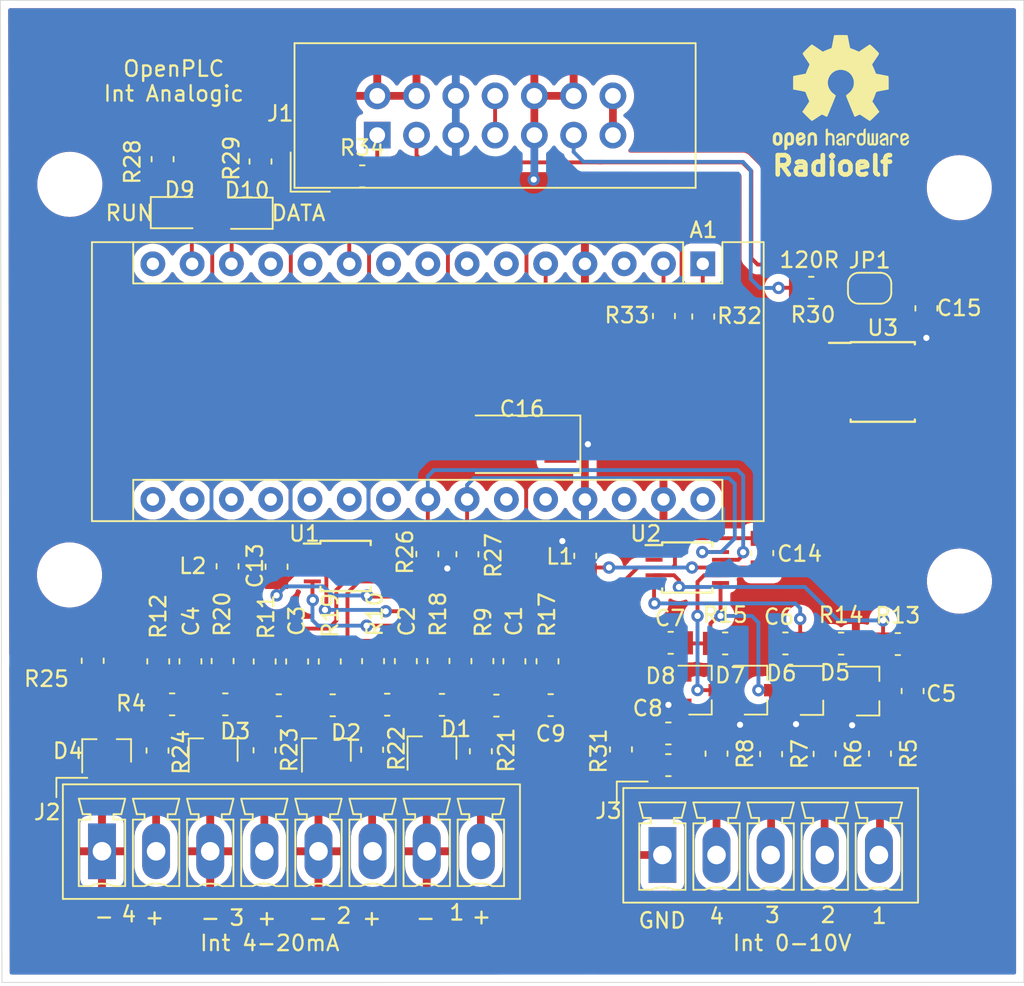
<source format=kicad_pcb>
(kicad_pcb (version 20190905) (host pcbnew "5.99.0-unknown-c3175b4~86~ubuntu16.04.1")
  (layers (0 "F.Cu" signal) (31 "B.Cu" signal) (34 "B.Paste" user) (35 "F.Paste" user) (36 "B.SilkS" user) (37 "F.SilkS" user) (38 "B.Mask" user) (39 "F.Mask" user) (44 "Edge.Cuts" user))
  (net 0 "")
  (net 1 "/Run")
  (net 2 "Net-(A1-Pad14)")
  (net 3 "GND")
  (net 4 "Net-(A1-Pad13)")
  (net 5 "+5V")
  (net 6 "Net-(A1-Pad24)")
  (net 7 "Net-(A1-Pad23)")
  (net 8 "Net-(A1-Pad5)")
  (net 9 "+3V3")
  (net 10 "Net-(A1-Pad2)")
  (net 11 "Net-(A1-Pad1)")
  (net 12 "Net-(C1-Pad2)")
  (net 13 "Net-(C1-Pad1)")
  (net 14 "Net-(C2-Pad1)")
  (net 15 "Net-(C3-Pad1)")
  (net 16 "Net-(C4-Pad1)")
  (net 17 "Net-(C5-Pad1)")
  (net 18 "Net-(C6-Pad1)")
  (net 19 "Net-(C7-Pad1)")
  (net 20 "Net-(C8-Pad1)")
  (net 21 "Net-(C9-Pad1)")
  (net 22 "Net-(C10-Pad1)")
  (net 23 "Net-(C11-Pad1)")
  (net 24 "Net-(C12-Pad1)")
  (net 25 "GNDA")
  (net 26 "+5VA")
  (net 27 "Net-(D1-Pad1)")
  (net 28 "Net-(D2-Pad1)")
  (net 29 "Net-(D3-Pad1)")
  (net 30 "Net-(D4-Pad1)")
  (net 31 "Net-(D9-Pad1)")
  (net 32 "Net-(D10-Pad1)")
  (net 33 "/+24V")
  (net 34 "/A-RS485")
  (net 35 "/B-RS485")
  (net 36 "Net-(J2-Pad8)")
  (net 37 "Net-(J2-Pad6)")
  (net 38 "Net-(J2-Pad4)")
  (net 39 "Net-(J2-Pad2)")
  (net 40 "Net-(J3-Pad5)")
  (net 41 "Net-(J3-Pad4)")
  (net 42 "Net-(J3-Pad3)")
  (net 43 "Net-(J3-Pad2)")
  (net 44 "Net-(J3-Pad1)")
  (net 45 "Net-(JP1-Pad1)")
  (net 46 "Net-(R32-Pad1)")
  (net 47 "Net-(R33-Pad1)")
  (module "Resistor_SMD:R_0805_2012Metric" (layer "F.Cu") (at 137.3 80.975)
    (fp_text reference "R34" (at 0 -1.85) (layer "F.SilkS"))
    (fp_text value "10K")
    (pad "2" smd rect (at 0.955 0) (size 0.97 1.5) (layers "F.Cu" "F.Paste" "F.Mask") (net 1 "/Run"))
    (pad "1" smd rect (at -0.955 0) (size 0.97 1.5) (layers "F.Cu" "F.Paste" "F.Mask") (net 3 "GND"))
  )
  (module "Capacitor_Tantalum_SMD:CP_EIA-6032-28_Kemet-C" (layer "F.Cu") (at 147.634 98.298 180)
    (fp_text reference "C16" (at 0 2.286) (layer "F.SilkS"))
    (fp_text value "10uF")
    (pad "2" smd rect (at 2.48 0 180) (size 2.06 2.4) (layers "F.Cu" "F.Paste" "F.Mask") (net 3 "GND"))
    (pad "1" smd rect (at -2.48 0 180) (size 2.06 2.4) (layers "F.Cu" "F.Paste" "F.Mask") (net 5 "+5V"))
  )
  (module "Resistor_SMD:R_0805_2012Metric" (layer "F.Cu") (at 156.81 90.005 90)
    (fp_text reference "R33" (at 0.045 -2.39 180) (layer "F.SilkS"))
    (fp_text value "100R")
    (pad "2" smd rect (at 0.955 0 90) (size 0.97 1.5) (layers "F.Cu" "F.Paste" "F.Mask") (net 10 "Net-(A1-Pad2)"))
    (pad "1" smd rect (at -0.955 0 90) (size 0.97 1.5) (layers "F.Cu" "F.Paste" "F.Mask") (net 47 "Net-(R33-Pad1)"))
  )
  (module "Resistor_SMD:R_0805_2012Metric" (layer "F.Cu") (at 159.35 90.04 90)
    (fp_text reference "R32" (at 0.04 2.35 180) (layer "F.SilkS"))
    (fp_text value "100R")
    (pad "2" smd rect (at 0.955 0 90) (size 0.97 1.5) (layers "F.Cu" "F.Paste" "F.Mask") (net 11 "Net-(A1-Pad1)"))
    (pad "1" smd rect (at -0.955 0 90) (size 0.97 1.5) (layers "F.Cu" "F.Paste" "F.Mask") (net 46 "Net-(R32-Pad1)"))
  )
  (module "Package_SO:PowerIntegrations_SO-8" (layer "F.Cu") (at 170.96 94.27)
    (fp_text reference "U3" (at 0 -3.5) (layer "F.SilkS"))
    (fp_text value "MAX485E")
    (pad "8" smd rect (at 2.725 -1.905) (size 2 0.6) (layers "F.Cu" "F.Paste" "F.Mask") (net 5 "+5V"))
    (pad "7" smd rect (at 2.725 -0.635) (size 2 0.6) (layers "F.Cu" "F.Paste" "F.Mask") (net 35 "/B-RS485"))
    (pad "6" smd rect (at 2.725 0.635) (size 2 0.6) (layers "F.Cu" "F.Paste" "F.Mask") (net 34 "/A-RS485"))
    (pad "5" smd rect (at 2.725 1.905) (size 2 0.6) (layers "F.Cu" "F.Paste" "F.Mask") (net 3 "GND"))
    (pad "4" smd rect (at -2.725 1.905) (size 2 0.6) (layers "F.Cu" "F.Paste" "F.Mask") (net 46 "Net-(R32-Pad1)"))
    (pad "3" smd rect (at -2.725 0.635) (size 2 0.6) (layers "F.Cu" "F.Paste" "F.Mask") (net 8 "Net-(A1-Pad5)"))
    (pad "2" smd rect (at -2.725 -0.635) (size 2 0.6) (layers "F.Cu" "F.Paste" "F.Mask") (net 8 "Net-(A1-Pad5)"))
    (pad "1" smd rect (at -2.725 -1.905) (size 2 0.6) (layers "F.Cu" "F.Paste" "F.Mask") (net 47 "Net-(R33-Pad1)"))
  )
  (module "Symbol:OSHW-Logo2_9.8x8mm_SilkScreen" (layer "F.Cu") (at 168.25 75.55)
    (fp_text reference "LOGO1" hide)
    (fp_text value "Logo_Open_Hardware_Large" hide)
  )
  (module "MountingHole:MountingHole_3.2mm_M3" (layer "F.Cu") (at 118.37 106.75)
    (fp_text reference "REF**" hide)
    (fp_text value "Hole_3.2mm_M3" hide)
    (pad "1" np_thru_hole circle (at 0 0) (size 3.2 3.2) (drill 3.2) (layers *.Cu *.Mask))
  )
  (module "MountingHole:MountingHole_3.2mm_M3" (layer "F.Cu") (at 118.39 81.49)
    (fp_text reference "REF**" hide)
    (fp_text value "Hole_3.2mm_M3" hide)
    (pad "1" np_thru_hole circle (at 0 0) (size 3.2 3.2) (drill 3.2) (layers *.Cu *.Mask))
  )
  (module "MountingHole:MountingHole_3.2mm_M3" (layer "F.Cu") (at 175.91 81.71)
    (fp_text reference "REF**" hide)
    (fp_text value "Hole_3.2mm_M3" hide)
    (pad "1" np_thru_hole circle (at 0 0) (size 3.2 3.2) (drill 3.2) (layers *.Cu *.Mask))
  )
  (module "MountingHole:MountingHole_3.2mm_M3" (layer "F.Cu") (at 175.92 107.15)
    (fp_text reference "REF**" hide)
    (fp_text value "Hole_3.2mm_M3" hide)
    (pad "1" np_thru_hole circle (at 0 0) (size 3.2 3.2) (drill 3.2) (layers *.Cu *.Mask))
  )
  (module "Connector_IDC:IDC-Header_2x07_P2.54mm_Vertical" (layer "F.Cu") (at 138.27 78.31 90)
    (fp_text reference "J1" (at 1.4 -6.27 180) (layer "F.SilkS"))
    (fp_text value "Conn_02x07_Odd_Even")
    (pad "14" thru_hole oval (at 2.54 15.24 90) (size 1.7272 1.7272) (drill 1.016) (layers *.Cu *.Mask) (net 33 "/+24V"))
    (pad "13" thru_hole oval (at 0 15.24 90) (size 1.7272 1.7272) (drill 1.016) (layers *.Cu *.Mask) (net 33 "/+24V"))
    (pad "12" thru_hole oval (at 2.54 12.7 90) (size 1.7272 1.7272) (drill 1.016) (layers *.Cu *.Mask) (net 3 "GND"))
    (pad "11" thru_hole oval (at 0 12.7 90) (size 1.7272 1.7272) (drill 1.016) (layers *.Cu *.Mask) (net 34 "/A-RS485"))
    (pad "10" thru_hole oval (at 2.54 10.16 90) (size 1.7272 1.7272) (drill 1.016) (layers *.Cu *.Mask) (net 3 "GND"))
    (pad "9" thru_hole oval (at 0 10.16 90) (size 1.7272 1.7272) (drill 1.016) (layers *.Cu *.Mask) (net 3 "GND"))
    (pad "8" thru_hole oval (at 2.54 7.62 90) (size 1.7272 1.7272) (drill 1.016) (layers *.Cu *.Mask) (net 9 "+3V3"))
    (pad "7" thru_hole oval (at 0 7.62 90) (size 1.7272 1.7272) (drill 1.016) (layers *.Cu *.Mask) (net 9 "+3V3"))
    (pad "6" thru_hole oval (at 2.54 5.08 90) (size 1.7272 1.7272) (drill 1.016) (layers *.Cu *.Mask) (net 5 "+5V"))
    (pad "5" thru_hole oval (at 0 5.08 90) (size 1.7272 1.7272) (drill 1.016) (layers *.Cu *.Mask) (net 5 "+5V"))
    (pad "4" thru_hole oval (at 2.54 2.54 90) (size 1.7272 1.7272) (drill 1.016) (layers *.Cu *.Mask) (net 3 "GND"))
    (pad "3" thru_hole oval (at 0 2.54 90) (size 1.7272 1.7272) (drill 1.016) (layers *.Cu *.Mask) (net 35 "/B-RS485"))
    (pad "2" thru_hole oval (at 2.54 0 90) (size 1.7272 1.7272) (drill 1.016) (layers *.Cu *.Mask) (net 3 "GND"))
    (pad "1" thru_hole rect (at 0 0 90) (size 1.7272 1.7272) (drill 1.016) (layers *.Cu *.Mask) (net 1 "/Run"))
  )
  (module "Package_SO:TSSOP-10_3x3mm_P0.5mm" (layer "F.Cu") (at 158.32 106.27)
    (fp_text reference "U2" (at -2.69 -2.19) (layer "F.SilkS"))
    (fp_text value "ADS1115")
    (pad "10" smd rect (at 2.15 -1) (size 1.1 0.25) (layers "F.Cu" "F.Paste" "F.Mask") (net 6 "Net-(A1-Pad24)"))
    (pad "9" smd rect (at 2.15 -0.5) (size 1.1 0.25) (layers "F.Cu" "F.Paste" "F.Mask") (net 7 "Net-(A1-Pad23)"))
    (pad "8" smd rect (at 2.15 0) (size 1.1 0.25) (layers "F.Cu" "F.Paste" "F.Mask") (net 26 "+5VA"))
    (pad "7" smd rect (at 2.15 0.5) (size 1.1 0.25) (layers "F.Cu" "F.Paste" "F.Mask") (net 20 "Net-(C8-Pad1)"))
    (pad "6" smd rect (at 2.15 1) (size 1.1 0.25) (layers "F.Cu" "F.Paste" "F.Mask") (net 19 "Net-(C7-Pad1)"))
    (pad "5" smd rect (at -2.15 1) (size 1.1 0.25) (layers "F.Cu" "F.Paste" "F.Mask") (net 18 "Net-(C6-Pad1)"))
    (pad "4" smd rect (at -2.15 0.5) (size 1.1 0.25) (layers "F.Cu" "F.Paste" "F.Mask") (net 17 "Net-(C5-Pad1)"))
    (pad "3" smd rect (at -2.15 0) (size 1.1 0.25) (layers "F.Cu" "F.Paste" "F.Mask") (net 25 "GNDA"))
    (pad "2" smd rect (at -2.15 -0.5) (size 1.1 0.25) (layers "F.Cu" "F.Paste" "F.Mask"))
    (pad "1" smd rect (at -2.15 -1) (size 1.1 0.25) (layers "F.Cu" "F.Paste" "F.Mask") (net 25 "GNDA"))
  )
  (module "Package_SO:TSSOP-10_3x3mm_P0.5mm" (layer "F.Cu") (at 136.22 106.17)
    (fp_text reference "U1" (at -2.66 -2.09) (layer "F.SilkS"))
    (fp_text value "ADS1115")
    (pad "10" smd rect (at 2.15 -1) (size 1.1 0.25) (layers "F.Cu" "F.Paste" "F.Mask") (net 6 "Net-(A1-Pad24)"))
    (pad "9" smd rect (at 2.15 -0.5) (size 1.1 0.25) (layers "F.Cu" "F.Paste" "F.Mask") (net 7 "Net-(A1-Pad23)"))
    (pad "8" smd rect (at 2.15 0) (size 1.1 0.25) (layers "F.Cu" "F.Paste" "F.Mask") (net 26 "+5VA"))
    (pad "7" smd rect (at 2.15 0.5) (size 1.1 0.25) (layers "F.Cu" "F.Paste" "F.Mask") (net 24 "Net-(C12-Pad1)"))
    (pad "6" smd rect (at 2.15 1) (size 1.1 0.25) (layers "F.Cu" "F.Paste" "F.Mask") (net 23 "Net-(C11-Pad1)"))
    (pad "5" smd rect (at -2.15 1) (size 1.1 0.25) (layers "F.Cu" "F.Paste" "F.Mask") (net 22 "Net-(C10-Pad1)"))
    (pad "4" smd rect (at -2.15 0.5) (size 1.1 0.25) (layers "F.Cu" "F.Paste" "F.Mask") (net 21 "Net-(C9-Pad1)"))
    (pad "3" smd rect (at -2.15 0) (size 1.1 0.25) (layers "F.Cu" "F.Paste" "F.Mask") (net 25 "GNDA"))
    (pad "2" smd rect (at -2.15 -0.5) (size 1.1 0.25) (layers "F.Cu" "F.Paste" "F.Mask"))
    (pad "1" smd rect (at -2.15 -1) (size 1.1 0.25) (layers "F.Cu" "F.Paste" "F.Mask") (net 26 "+5VA"))
  )
  (module "Resistor_SMD:R_0805_2012Metric" (layer "F.Cu") (at 154.03 118.035 -90)
    (fp_text reference "R31" (at 0.105 1.44 90) (layer "F.SilkS"))
    (fp_text value "0R")
    (pad "2" smd rect (at 0.955 0 270) (size 0.97 1.5) (layers "F.Cu" "F.Paste" "F.Mask") (net 44 "Net-(J3-Pad1)"))
    (pad "1" smd rect (at -0.955 0 270) (size 0.97 1.5) (layers "F.Cu" "F.Paste" "F.Mask") (net 3 "GND"))
  )
  (module "Resistor_SMD:R_0805_2012Metric" (layer "F.Cu") (at 166.335 88.18 180)
    (fp_text reference "R30" (at -0.115 -1.74) (layer "F.SilkS"))
    (fp_text value "120R")
    (pad "2" smd rect (at 0.955 0 180) (size 0.97 1.5) (layers "F.Cu" "F.Paste" "F.Mask") (net 34 "/A-RS485"))
    (pad "1" smd rect (at -0.955 0 180) (size 0.97 1.5) (layers "F.Cu" "F.Paste" "F.Mask") (net 45 "Net-(JP1-Pad1)"))
  )
  (module "Resistor_SMD:R_0805_2012Metric" (layer "F.Cu") (at 130.72 80.015 -90)
    (fp_text reference "R29" (at -0.205 1.88 90) (layer "F.SilkS"))
    (fp_text value "1K")
    (pad "2" smd rect (at 0.955 0 270) (size 0.97 1.5) (layers "F.Cu" "F.Paste" "F.Mask") (net 32 "Net-(D10-Pad1)"))
    (pad "1" smd rect (at -0.955 0 270) (size 0.97 1.5) (layers "F.Cu" "F.Paste" "F.Mask") (net 3 "GND"))
  )
  (module "Resistor_SMD:R_0805_2012Metric" (layer "F.Cu") (at 124.39 79.865 -90)
    (fp_text reference "R28" (at 0.175 1.95 90) (layer "F.SilkS"))
    (fp_text value "1K")
    (pad "2" smd rect (at 0.955 0 270) (size 0.97 1.5) (layers "F.Cu" "F.Paste" "F.Mask") (net 31 "Net-(D9-Pad1)"))
    (pad "1" smd rect (at -0.955 0 270) (size 0.97 1.5) (layers "F.Cu" "F.Paste" "F.Mask") (net 3 "GND"))
  )
  (module "Resistor_SMD:R_0805_2012Metric" (layer "F.Cu") (at 144.1 105.41 90)
    (fp_text reference "R27" (at -0.08 1.68 90) (layer "F.SilkS"))
    (fp_text value "4K7")
    (pad "2" smd rect (at 0.955 0 90) (size 0.97 1.5) (layers "F.Cu" "F.Paste" "F.Mask") (net 6 "Net-(A1-Pad24)"))
    (pad "1" smd rect (at -0.955 0 90) (size 0.97 1.5) (layers "F.Cu" "F.Paste" "F.Mask") (net 5 "+5V"))
  )
  (module "Resistor_SMD:R_0805_2012Metric" (layer "F.Cu") (at 141.51 105.4 -90)
    (fp_text reference "R26" (at -0.13 1.44 90) (layer "F.SilkS"))
    (fp_text value "4K7")
    (pad "2" smd rect (at 0.955 0 270) (size 0.97 1.5) (layers "F.Cu" "F.Paste" "F.Mask") (net 5 "+5V"))
    (pad "1" smd rect (at -0.955 0 270) (size 0.97 1.5) (layers "F.Cu" "F.Paste" "F.Mask") (net 7 "Net-(A1-Pad23)"))
  )
  (module "Resistor_SMD:R_0805_2012Metric" (layer "F.Cu") (at 119.87 112.3 -90)
    (fp_text reference "R25" (at 1.17 2.99 180) (layer "F.SilkS"))
    (fp_text value "0R")
    (pad "2" smd rect (at 0.955 0 270) (size 0.97 1.5) (layers "F.Cu" "F.Paste" "F.Mask") (net 12 "Net-(C1-Pad2)"))
    (pad "1" smd rect (at -0.955 0 270) (size 0.97 1.5) (layers "F.Cu" "F.Paste" "F.Mask") (net 3 "GND"))
  )
  (module "Resistor_SMD:R_0805_2012Metric" (layer "F.Cu") (at 124.06 118.105 -90)
    (fp_text reference "R24" (at 0.105 -1.52 90) (layer "F.SilkS"))
    (fp_text value "49.9R 0.1%")
    (pad "2" smd rect (at 0.955 0 270) (size 0.97 1.5) (layers "F.Cu" "F.Paste" "F.Mask") (net 39 "Net-(J2-Pad2)"))
    (pad "1" smd rect (at -0.955 0 270) (size 0.97 1.5) (layers "F.Cu" "F.Paste" "F.Mask") (net 30 "Net-(D4-Pad1)"))
  )
  (module "Resistor_SMD:R_0805_2012Metric" (layer "F.Cu") (at 130.98 118.09 -90)
    (fp_text reference "R23" (at -0.03 -1.61 90) (layer "F.SilkS"))
    (fp_text value "49.9R 0.1%")
    (pad "2" smd rect (at 0.955 0 270) (size 0.97 1.5) (layers "F.Cu" "F.Paste" "F.Mask") (net 38 "Net-(J2-Pad4)"))
    (pad "1" smd rect (at -0.955 0 270) (size 0.97 1.5) (layers "F.Cu" "F.Paste" "F.Mask") (net 29 "Net-(D3-Pad1)"))
  )
  (module "Resistor_SMD:R_0805_2012Metric" (layer "F.Cu") (at 137.94 118.055 -90)
    (fp_text reference "R22" (at -0.085 -1.58 90) (layer "F.SilkS"))
    (fp_text value "49.9R 0.1%")
    (pad "2" smd rect (at 0.955 0 270) (size 0.97 1.5) (layers "F.Cu" "F.Paste" "F.Mask") (net 37 "Net-(J2-Pad6)"))
    (pad "1" smd rect (at -0.955 0 270) (size 0.97 1.5) (layers "F.Cu" "F.Paste" "F.Mask") (net 28 "Net-(D2-Pad1)"))
  )
  (module "Resistor_SMD:R_0805_2012Metric" (layer "F.Cu") (at 144.97 118.155 -90)
    (fp_text reference "R21" (at -0.075 -1.65 90) (layer "F.SilkS"))
    (fp_text value "49.9R 0.1%")
    (pad "2" smd rect (at 0.955 0 270) (size 0.97 1.5) (layers "F.Cu" "F.Paste" "F.Mask") (net 36 "Net-(J2-Pad8)"))
    (pad "1" smd rect (at -0.955 0 270) (size 0.97 1.5) (layers "F.Cu" "F.Paste" "F.Mask") (net 27 "Net-(D1-Pad1)"))
  )
  (module "Resistor_SMD:R_0805_2012Metric" (layer "F.Cu") (at 128.27 112.32 -90)
    (fp_text reference "R20" (at -3.03 0.03 90) (layer "F.SilkS"))
    (fp_text value "100K")
    (pad "2" smd rect (at 0.955 0 270) (size 0.97 1.5) (layers "F.Cu" "F.Paste" "F.Mask") (net 24 "Net-(C12-Pad1)"))
    (pad "1" smd rect (at -0.955 0 270) (size 0.97 1.5) (layers "F.Cu" "F.Paste" "F.Mask") (net 16 "Net-(C4-Pad1)"))
  )
  (module "Resistor_SMD:R_0805_2012Metric" (layer "F.Cu") (at 135.2 112.345 -90)
    (fp_text reference "R19" (at -2.975 -0.03 90) (layer "F.SilkS"))
    (fp_text value "100K")
    (pad "2" smd rect (at 0.955 0 270) (size 0.97 1.5) (layers "F.Cu" "F.Paste" "F.Mask") (net 23 "Net-(C11-Pad1)"))
    (pad "1" smd rect (at -0.955 0 270) (size 0.97 1.5) (layers "F.Cu" "F.Paste" "F.Mask") (net 15 "Net-(C3-Pad1)"))
  )
  (module "Resistor_SMD:R_0805_2012Metric" (layer "F.Cu") (at 142.23 112.315 -90)
    (fp_text reference "R18" (at -3.025 0.03 90) (layer "F.SilkS"))
    (fp_text value "100K")
    (pad "2" smd rect (at 0.955 0 270) (size 0.97 1.5) (layers "F.Cu" "F.Paste" "F.Mask") (net 22 "Net-(C10-Pad1)"))
    (pad "1" smd rect (at -0.955 0 270) (size 0.97 1.5) (layers "F.Cu" "F.Paste" "F.Mask") (net 14 "Net-(C2-Pad1)"))
  )
  (module "Resistor_SMD:R_0805_2012Metric" (layer "F.Cu") (at 149.28 112.335 -90)
    (fp_text reference "R17" (at -3.015 0.03 90) (layer "F.SilkS"))
    (fp_text value "100K")
    (pad "2" smd rect (at 0.955 0 270) (size 0.97 1.5) (layers "F.Cu" "F.Paste" "F.Mask") (net 21 "Net-(C9-Pad1)"))
    (pad "1" smd rect (at -0.955 0 270) (size 0.97 1.5) (layers "F.Cu" "F.Paste" "F.Mask") (net 13 "Net-(C1-Pad1)"))
  )
  (module "Resistor_SMD:R_0805_2012Metric" (layer "F.Cu") (at 157.095 119.05 180)
    (fp_text reference "R16")
    (fp_text value "2K2")
    (pad "2" smd rect (at 0.955 0 180) (size 0.97 1.5) (layers "F.Cu" "F.Paste" "F.Mask") (net 3 "GND"))
    (pad "1" smd rect (at -0.955 0 180) (size 0.97 1.5) (layers "F.Cu" "F.Paste" "F.Mask") (net 20 "Net-(C8-Pad1)"))
  )
  (module "Resistor_SMD:R_0805_2012Metric" (layer "F.Cu") (at 160.77 111.18)
    (fp_text reference "R15" (at 0 -1.85) (layer "F.SilkS"))
    (fp_text value "2K2")
    (pad "2" smd rect (at 0.955 0) (size 0.97 1.5) (layers "F.Cu" "F.Paste" "F.Mask") (net 3 "GND"))
    (pad "1" smd rect (at -0.955 0) (size 0.97 1.5) (layers "F.Cu" "F.Paste" "F.Mask") (net 19 "Net-(C7-Pad1)"))
  )
  (module "Resistor_SMD:R_0805_2012Metric" (layer "F.Cu") (at 168.265 111.19)
    (fp_text reference "R14" (at 0 -1.85) (layer "F.SilkS"))
    (fp_text value "2K2")
    (pad "2" smd rect (at 0.955 0) (size 0.97 1.5) (layers "F.Cu" "F.Paste" "F.Mask") (net 3 "GND"))
    (pad "1" smd rect (at -0.955 0) (size 0.97 1.5) (layers "F.Cu" "F.Paste" "F.Mask") (net 18 "Net-(C6-Pad1)"))
  )
  (module "Resistor_SMD:R_0805_2012Metric" (layer "F.Cu") (at 171.935 111.22)
    (fp_text reference "R13" (at 0 -1.85) (layer "F.SilkS"))
    (fp_text value "2K2 1%")
    (pad "2" smd rect (at 0.955 0) (size 0.97 1.5) (layers "F.Cu" "F.Paste" "F.Mask") (net 3 "GND"))
    (pad "1" smd rect (at -0.955 0) (size 0.97 1.5) (layers "F.Cu" "F.Paste" "F.Mask") (net 17 "Net-(C5-Pad1)"))
  )
  (module "Resistor_SMD:R_0805_2012Metric" (layer "F.Cu") (at 124.11 112.34 -90)
    (fp_text reference "R12" (at -2.91 0 90) (layer "F.SilkS"))
    (fp_text value "47K")
    (pad "2" smd rect (at 0.955 0 270) (size 0.97 1.5) (layers "F.Cu" "F.Paste" "F.Mask") (net 30 "Net-(D4-Pad1)"))
    (pad "1" smd rect (at -0.955 0 270) (size 0.97 1.5) (layers "F.Cu" "F.Paste" "F.Mask") (net 16 "Net-(C4-Pad1)"))
  )
  (module "Resistor_SMD:R_0805_2012Metric" (layer "F.Cu") (at 130.99 112.345 -90)
    (fp_text reference "R11" (at -2.885 -0.1 90) (layer "F.SilkS"))
    (fp_text value "47K")
    (pad "2" smd rect (at 0.955 0 270) (size 0.97 1.5) (layers "F.Cu" "F.Paste" "F.Mask") (net 29 "Net-(D3-Pad1)"))
    (pad "1" smd rect (at -0.955 0 270) (size 0.97 1.5) (layers "F.Cu" "F.Paste" "F.Mask") (net 15 "Net-(C3-Pad1)"))
  )
  (module "Resistor_SMD:R_0805_2012Metric" (layer "F.Cu") (at 138 112.325 -90)
    (fp_text reference "R10" (at -3.045 -0.11 90) (layer "F.SilkS"))
    (fp_text value "47K")
    (pad "2" smd rect (at 0.955 0 270) (size 0.97 1.5) (layers "F.Cu" "F.Paste" "F.Mask") (net 28 "Net-(D2-Pad1)"))
    (pad "1" smd rect (at -0.955 0 270) (size 0.97 1.5) (layers "F.Cu" "F.Paste" "F.Mask") (net 14 "Net-(C2-Pad1)"))
  )
  (module "Resistor_SMD:R_0805_2012Metric" (layer "F.Cu") (at 145.07 112.325 -90)
    (fp_text reference "R9" (at -2.515 -0.05 90) (layer "F.SilkS"))
    (fp_text value "47K")
    (pad "2" smd rect (at 0.955 0 270) (size 0.97 1.5) (layers "F.Cu" "F.Paste" "F.Mask") (net 27 "Net-(D1-Pad1)"))
    (pad "1" smd rect (at -0.955 0 270) (size 0.97 1.5) (layers "F.Cu" "F.Paste" "F.Mask") (net 13 "Net-(C1-Pad1)"))
  )
  (module "Resistor_SMD:R_0805_2012Metric" (layer "F.Cu") (at 160.21 118.305 -90)
    (fp_text reference "R8" (at 0 -1.85 90) (layer "F.SilkS"))
    (fp_text value "3K3")
    (pad "2" smd rect (at 0.955 0 270) (size 0.97 1.5) (layers "F.Cu" "F.Paste" "F.Mask") (net 43 "Net-(J3-Pad2)"))
    (pad "1" smd rect (at -0.955 0 270) (size 0.97 1.5) (layers "F.Cu" "F.Paste" "F.Mask") (net 20 "Net-(C8-Pad1)"))
  )
  (module "Resistor_SMD:R_0805_2012Metric" (layer "F.Cu") (at 163.74 118.335 -90)
    (fp_text reference "R7" (at 0 -1.85 90) (layer "F.SilkS"))
    (fp_text value "3K3")
    (pad "2" smd rect (at 0.955 0 270) (size 0.97 1.5) (layers "F.Cu" "F.Paste" "F.Mask") (net 42 "Net-(J3-Pad3)"))
    (pad "1" smd rect (at -0.955 0 270) (size 0.97 1.5) (layers "F.Cu" "F.Paste" "F.Mask") (net 19 "Net-(C7-Pad1)"))
  )
  (module "Resistor_SMD:R_0805_2012Metric" (layer "F.Cu") (at 167.2 118.325 -90)
    (fp_text reference "R6" (at 0 -1.85 90) (layer "F.SilkS"))
    (fp_text value "3K3")
    (pad "2" smd rect (at 0.955 0 270) (size 0.97 1.5) (layers "F.Cu" "F.Paste" "F.Mask") (net 41 "Net-(J3-Pad4)"))
    (pad "1" smd rect (at -0.955 0 270) (size 0.97 1.5) (layers "F.Cu" "F.Paste" "F.Mask") (net 18 "Net-(C6-Pad1)"))
  )
  (module "Resistor_SMD:R_0805_2012Metric" (layer "F.Cu") (at 170.78 118.305 -90)
    (fp_text reference "R5" (at 0 -1.85 90) (layer "F.SilkS"))
    (fp_text value "3K3 1%")
    (pad "2" smd rect (at 0.955 0 270) (size 0.97 1.5) (layers "F.Cu" "F.Paste" "F.Mask") (net 40 "Net-(J3-Pad5)"))
    (pad "1" smd rect (at -0.955 0 270) (size 0.97 1.5) (layers "F.Cu" "F.Paste" "F.Mask") (net 17 "Net-(C5-Pad1)"))
  )
  (module "Resistor_SMD:R_0805_2012Metric" (layer "F.Cu") (at 125.005 115.12)
    (fp_text reference "R4" (at -2.655 -0.06) (layer "F.SilkS"))
    (fp_text value "200R 0.1%")
    (pad "2" smd rect (at 0.955 0) (size 0.97 1.5) (layers "F.Cu" "F.Paste" "F.Mask") (net 12 "Net-(C1-Pad2)"))
    (pad "1" smd rect (at -0.955 0) (size 0.97 1.5) (layers "F.Cu" "F.Paste" "F.Mask") (net 30 "Net-(D4-Pad1)"))
  )
  (module "Resistor_SMD:R_0805_2012Metric" (layer "F.Cu") (at 131.905 115.18)
    (fp_text reference "R3")
    (fp_text value "200R 0.1%")
    (pad "2" smd rect (at 0.955 0) (size 0.97 1.5) (layers "F.Cu" "F.Paste" "F.Mask") (net 12 "Net-(C1-Pad2)"))
    (pad "1" smd rect (at -0.955 0) (size 0.97 1.5) (layers "F.Cu" "F.Paste" "F.Mask") (net 29 "Net-(D3-Pad1)"))
  )
  (module "Resistor_SMD:R_0805_2012Metric" (layer "F.Cu") (at 138.915 115.14)
    (fp_text reference "R2")
    (fp_text value "200R 0.1%")
    (pad "2" smd rect (at 0.955 0) (size 0.97 1.5) (layers "F.Cu" "F.Paste" "F.Mask") (net 12 "Net-(C1-Pad2)"))
    (pad "1" smd rect (at -0.955 0) (size 0.97 1.5) (layers "F.Cu" "F.Paste" "F.Mask") (net 28 "Net-(D2-Pad1)"))
  )
  (module "Resistor_SMD:R_0805_2012Metric" (layer "F.Cu") (at 145.975 115.2)
    (fp_text reference "R1")
    (fp_text value "200R 0.1%")
    (pad "2" smd rect (at 0.955 0) (size 0.97 1.5) (layers "F.Cu" "F.Paste" "F.Mask") (net 12 "Net-(C1-Pad2)"))
    (pad "1" smd rect (at -0.955 0) (size 0.97 1.5) (layers "F.Cu" "F.Paste" "F.Mask") (net 27 "Net-(D1-Pad1)"))
  )
  (module "Resistor_SMD:R_0805_2012Metric" (layer "F.Cu") (at 128.59 106.195 -90)
    (fp_text reference "L2" (at -0.025 2.25 180) (layer "F.SilkS"))
    (fp_text value "MMZ2012Y152B")
    (pad "2" smd rect (at 0.955 0 270) (size 0.97 1.5) (layers "F.Cu" "F.Paste" "F.Mask") (net 25 "GNDA"))
    (pad "1" smd rect (at -0.955 0 270) (size 0.97 1.5) (layers "F.Cu" "F.Paste" "F.Mask") (net 3 "GND"))
  )
  (module "Resistor_SMD:R_0805_2012Metric" (layer "F.Cu") (at 151.72 105.515 -90)
    (fp_text reference "L1" (at 0.045 1.64 180) (layer "F.SilkS"))
    (fp_text value "MMZ2012Y152B")
    (pad "2" smd rect (at 0.955 0 270) (size 0.97 1.5) (layers "F.Cu" "F.Paste" "F.Mask") (net 26 "+5VA"))
    (pad "1" smd rect (at -0.955 0 270) (size 0.97 1.5) (layers "F.Cu" "F.Paste" "F.Mask") (net 5 "+5V"))
  )
  (module "Jumper:SolderJumper-2_P1.3mm_Open_RoundedPad1.0x1.5mm" (layer "F.Cu") (at 170.11 88.21)
    (fp_text reference "JP1" (at 0 -1.8) (layer "F.SilkS"))
    (fp_text value "Jumper")
    (pad "2" smd rect (at 0.4 0) (size 0.5 1.5) (layers "F.Cu" "F.Mask") (net 35 "/B-RS485"))
    (pad "1" smd rect (at -0.4 0) (size 0.5 1.5) (layers "F.Cu" "F.Mask") (net 45 "Net-(JP1-Pad1)"))
    (pad "1" smd roundrect (at -0.65 0) (size 1 1.5) (layers "F.Cu" "F.Mask") (roundrect_rratio 0.5) (net 45 "Net-(JP1-Pad1)"))
    (pad "2" smd roundrect (at 0.65 0) (size 1 1.5) (layers "F.Cu" "F.Mask") (roundrect_rratio 0.5) (net 35 "/B-RS485"))
  )
  (module "Connector_Phoenix_MC:PhoenixContact_MCV_1,5_5-G-3.5_1x05_P3.50mm_Vertical" (layer "F.Cu") (at 156.71 124.86)
    (fp_text reference "J3" (at -3.49 -2.85) (layer "F.SilkS"))
    (fp_text value "Conn_0-10V")
    (pad "5" thru_hole oval (at 14 0) (size 1.8 3.6) (drill 1.2) (layers *.Cu *.Mask) (net 40 "Net-(J3-Pad5)"))
    (pad "4" thru_hole oval (at 10.5 0) (size 1.8 3.6) (drill 1.2) (layers *.Cu *.Mask) (net 41 "Net-(J3-Pad4)"))
    (pad "3" thru_hole oval (at 7 0) (size 1.8 3.6) (drill 1.2) (layers *.Cu *.Mask) (net 42 "Net-(J3-Pad3)"))
    (pad "2" thru_hole oval (at 3.5 0) (size 1.8 3.6) (drill 1.2) (layers *.Cu *.Mask) (net 43 "Net-(J3-Pad2)"))
    (pad "1" thru_hole rect (at 0 0) (size 1.8 3.6) (drill 1.2) (layers *.Cu *.Mask) (net 44 "Net-(J3-Pad1)"))
  )
  (module "Connector_Phoenix_MC:PhoenixContact_MCV_1,5_8-G-3.5_1x08_P3.50mm_Vertical" (layer "F.Cu") (at 120.47 124.62)
    (fp_text reference "J2" (at -3.54 -2.53) (layer "F.SilkS"))
    (fp_text value "Conn_4-20mA")
    (pad "8" thru_hole oval (at 24.5 0) (size 1.8 3.6) (drill 1.2) (layers *.Cu *.Mask) (net 36 "Net-(J2-Pad8)"))
    (pad "7" thru_hole oval (at 21 0) (size 1.8 3.6) (drill 1.2) (layers *.Cu *.Mask) (net 12 "Net-(C1-Pad2)"))
    (pad "6" thru_hole oval (at 17.5 0) (size 1.8 3.6) (drill 1.2) (layers *.Cu *.Mask) (net 37 "Net-(J2-Pad6)"))
    (pad "5" thru_hole oval (at 14 0) (size 1.8 3.6) (drill 1.2) (layers *.Cu *.Mask) (net 12 "Net-(C1-Pad2)"))
    (pad "4" thru_hole oval (at 10.5 0) (size 1.8 3.6) (drill 1.2) (layers *.Cu *.Mask) (net 38 "Net-(J2-Pad4)"))
    (pad "3" thru_hole oval (at 7 0) (size 1.8 3.6) (drill 1.2) (layers *.Cu *.Mask) (net 12 "Net-(C1-Pad2)"))
    (pad "2" thru_hole oval (at 3.5 0) (size 1.8 3.6) (drill 1.2) (layers *.Cu *.Mask) (net 39 "Net-(J2-Pad2)"))
    (pad "1" thru_hole rect (at 0 0) (size 1.8 3.6) (drill 1.2) (layers *.Cu *.Mask) (net 12 "Net-(C1-Pad2)"))
  )
  (module "LED_SMD:LED_0805_2012Metric" (layer "F.Cu") (at 129.81 83.36 180)
    (fp_text reference "D10" (at -0.04 1.48) (layer "F.SilkS"))
    (fp_text value "DATA")
    (pad "2" smd rect (at 0.955 0 180) (size 0.97 1.5) (layers "F.Cu" "F.Paste" "F.Mask") (net 4 "Net-(A1-Pad13)"))
    (pad "1" smd rect (at -0.955 0 180) (size 0.97 1.5) (layers "F.Cu" "F.Paste" "F.Mask") (net 32 "Net-(D10-Pad1)"))
  )
  (module "LED_SMD:LED_0805_2012Metric" (layer "F.Cu") (at 125.325 83.32)
    (fp_text reference "D9" (at 0.165 -1.47) (layer "F.SilkS"))
    (fp_text value "RUN")
    (pad "2" smd rect (at 0.955 0) (size 0.97 1.5) (layers "F.Cu" "F.Paste" "F.Mask") (net 2 "Net-(A1-Pad14)"))
    (pad "1" smd rect (at -0.955 0) (size 0.97 1.5) (layers "F.Cu" "F.Paste" "F.Mask") (net 31 "Net-(D9-Pad1)"))
  )
  (module "Package_TO_SOT_SMD:SOT-23" (layer "F.Cu") (at 159.14 114.2)
    (fp_text reference "D8" (at -2.55 -0.92) (layer "F.SilkS"))
    (fp_text value "BAT54S")
    (pad "3" smd rect (at 1 0) (size 0.9 0.8) (layers "F.Cu" "F.Paste" "F.Mask") (net 20 "Net-(C8-Pad1)"))
    (pad "2" smd rect (at -1 0.95) (size 0.9 0.8) (layers "F.Cu" "F.Paste" "F.Mask") (net 5 "+5V"))
    (pad "1" smd rect (at -1 -0.95) (size 0.9 0.8) (layers "F.Cu" "F.Paste" "F.Mask") (net 3 "GND"))
  )
  (module "Package_TO_SOT_SMD:SOT-23" (layer "F.Cu") (at 162.73 114.2)
    (fp_text reference "D7" (at -1.64 -0.96) (layer "F.SilkS"))
    (fp_text value "BAT54S")
    (pad "3" smd rect (at 1 0) (size 0.9 0.8) (layers "F.Cu" "F.Paste" "F.Mask") (net 19 "Net-(C7-Pad1)"))
    (pad "2" smd rect (at -1 0.95) (size 0.9 0.8) (layers "F.Cu" "F.Paste" "F.Mask") (net 5 "+5V"))
    (pad "1" smd rect (at -1 -0.95) (size 0.9 0.8) (layers "F.Cu" "F.Paste" "F.Mask") (net 3 "GND"))
  )
  (module "Package_TO_SOT_SMD:SOT-23" (layer "F.Cu") (at 166.35 114.22)
    (fp_text reference "D6" (at -1.94 -1.11) (layer "F.SilkS"))
    (fp_text value "BAT54S")
    (pad "3" smd rect (at 1 0) (size 0.9 0.8) (layers "F.Cu" "F.Paste" "F.Mask") (net 18 "Net-(C6-Pad1)"))
    (pad "2" smd rect (at -1 0.95) (size 0.9 0.8) (layers "F.Cu" "F.Paste" "F.Mask") (net 5 "+5V"))
    (pad "1" smd rect (at -1 -0.95) (size 0.9 0.8) (layers "F.Cu" "F.Paste" "F.Mask") (net 3 "GND"))
  )
  (module "Package_TO_SOT_SMD:SOT-23" (layer "F.Cu") (at 169.98 114.26)
    (fp_text reference "D5" (at -2.11 -1.2) (layer "F.SilkS"))
    (fp_text value "BAT54S")
    (pad "3" smd rect (at 1 0) (size 0.9 0.8) (layers "F.Cu" "F.Paste" "F.Mask") (net 17 "Net-(C5-Pad1)"))
    (pad "2" smd rect (at -1 0.95) (size 0.9 0.8) (layers "F.Cu" "F.Paste" "F.Mask") (net 5 "+5V"))
    (pad "1" smd rect (at -1 -0.95) (size 0.9 0.8) (layers "F.Cu" "F.Paste" "F.Mask") (net 3 "GND"))
  )
  (module "Diode_SMD:D_SOT-23_ANK" (layer "F.Cu") (at 120.77 118.13 90)
    (fp_text reference "D4" (at 0 -2.5 180) (layer "F.SilkS"))
    (fp_text value "RGF1B")
    (pad "1" smd rect (at 1 0 90) (size 0.9 0.8) (layers "F.Cu" "F.Paste" "F.Mask") (net 30 "Net-(D4-Pad1)"))
    (pad "" smd rect (at -1 0.95 90) (size 0.9 0.8) (layers "F.Cu" "F.Paste" "F.Mask"))
    (pad "2" smd rect (at -1 -0.95 90) (size 0.9 0.8) (layers "F.Cu" "F.Paste" "F.Mask") (net 12 "Net-(C1-Pad2)"))
  )
  (module "Diode_SMD:D_SOT-23_ANK" (layer "F.Cu") (at 127.66 118.08 90)
    (fp_text reference "D3" (at 1.22 1.43 180) (layer "F.SilkS"))
    (fp_text value "RGF1B")
    (pad "1" smd rect (at 1 0 90) (size 0.9 0.8) (layers "F.Cu" "F.Paste" "F.Mask") (net 29 "Net-(D3-Pad1)"))
    (pad "" smd rect (at -1 0.95 90) (size 0.9 0.8) (layers "F.Cu" "F.Paste" "F.Mask"))
    (pad "2" smd rect (at -1 -0.95 90) (size 0.9 0.8) (layers "F.Cu" "F.Paste" "F.Mask") (net 12 "Net-(C1-Pad2)"))
  )
  (module "Diode_SMD:D_SOT-23_ANK" (layer "F.Cu") (at 134.98 118.08 90)
    (fp_text reference "D2" (at 1.13 1.27 180) (layer "F.SilkS"))
    (fp_text value "RGF1B")
    (pad "1" smd rect (at 1 0 90) (size 0.9 0.8) (layers "F.Cu" "F.Paste" "F.Mask") (net 28 "Net-(D2-Pad1)"))
    (pad "" smd rect (at -1 0.95 90) (size 0.9 0.8) (layers "F.Cu" "F.Paste" "F.Mask"))
    (pad "2" smd rect (at -1 -0.95 90) (size 0.9 0.8) (layers "F.Cu" "F.Paste" "F.Mask") (net 12 "Net-(C1-Pad2)"))
  )
  (module "Diode_SMD:D_SOT-23_ANK" (layer "F.Cu") (at 141.81 117.95 90)
    (fp_text reference "D1" (at 1.24 1.56 180) (layer "F.SilkS"))
    (fp_text value "RGF1B")
    (pad "1" smd rect (at 1 0 90) (size 0.9 0.8) (layers "F.Cu" "F.Paste" "F.Mask") (net 27 "Net-(D1-Pad1)"))
    (pad "" smd rect (at -1 0.95 90) (size 0.9 0.8) (layers "F.Cu" "F.Paste" "F.Mask"))
    (pad "2" smd rect (at -1 -0.95 90) (size 0.9 0.8) (layers "F.Cu" "F.Paste" "F.Mask") (net 12 "Net-(C1-Pad2)"))
  )
  (module "Capacitor_SMD:C_0805_2012Metric" (layer "F.Cu") (at 173.78 89.51 90)
    (fp_text reference "C15" (at 0.02 2.12 180) (layer "F.SilkS"))
    (fp_text value "100nF")
    (pad "2" smd rect (at 0.955 0 90) (size 0.97 1.5) (layers "F.Cu" "F.Paste" "F.Mask") (net 3 "GND"))
    (pad "1" smd rect (at -0.955 0 90) (size 0.97 1.5) (layers "F.Cu" "F.Paste" "F.Mask") (net 5 "+5V"))
  )
  (module "Capacitor_SMD:C_0805_2012Metric" (layer "F.Cu") (at 163.17 105.34 90)
    (fp_text reference "C14" (at -0.04 2.41 180) (layer "F.SilkS"))
    (fp_text value "100nF")
    (pad "2" smd rect (at 0.955 0 90) (size 0.97 1.5) (layers "F.Cu" "F.Paste" "F.Mask") (net 25 "GNDA"))
    (pad "1" smd rect (at -0.955 0 90) (size 0.97 1.5) (layers "F.Cu" "F.Paste" "F.Mask") (net 26 "+5VA"))
  )
  (module "Capacitor_SMD:C_0805_2012Metric" (layer "F.Cu") (at 131.76 106.22 -90)
    (fp_text reference "C13" (at -0.06 1.4 90) (layer "F.SilkS"))
    (fp_text value "100nF")
    (pad "2" smd rect (at 0.955 0 270) (size 0.97 1.5) (layers "F.Cu" "F.Paste" "F.Mask") (net 25 "GNDA"))
    (pad "1" smd rect (at -0.955 0 270) (size 0.97 1.5) (layers "F.Cu" "F.Paste" "F.Mask") (net 26 "+5VA"))
  )
  (module "Capacitor_SMD:C_0805_2012Metric" (layer "F.Cu") (at 128.445 115.12 180)
    (fp_text reference "C12")
    (fp_text value "47pF")
    (pad "2" smd rect (at 0.955 0 180) (size 0.97 1.5) (layers "F.Cu" "F.Paste" "F.Mask") (net 12 "Net-(C1-Pad2)"))
    (pad "1" smd rect (at -0.955 0 180) (size 0.97 1.5) (layers "F.Cu" "F.Paste" "F.Mask") (net 24 "Net-(C12-Pad1)"))
  )
  (module "Capacitor_SMD:C_0805_2012Metric" (layer "F.Cu") (at 135.39 115.18 180)
    (fp_text reference "C11")
    (fp_text value "47pF")
    (pad "2" smd rect (at 0.955 0 180) (size 0.97 1.5) (layers "F.Cu" "F.Paste" "F.Mask") (net 12 "Net-(C1-Pad2)"))
    (pad "1" smd rect (at -0.955 0 180) (size 0.97 1.5) (layers "F.Cu" "F.Paste" "F.Mask") (net 23 "Net-(C11-Pad1)"))
  )
  (module "Capacitor_SMD:C_0805_2012Metric" (layer "F.Cu") (at 142.455 115.15 180)
    (fp_text reference "C10")
    (fp_text value "47pF")
    (pad "2" smd rect (at 0.955 0 180) (size 0.97 1.5) (layers "F.Cu" "F.Paste" "F.Mask") (net 12 "Net-(C1-Pad2)"))
    (pad "1" smd rect (at -0.955 0 180) (size 0.97 1.5) (layers "F.Cu" "F.Paste" "F.Mask") (net 22 "Net-(C10-Pad1)"))
  )
  (module "Capacitor_SMD:C_0805_2012Metric" (layer "F.Cu") (at 149.485 115.17 180)
    (fp_text reference "C9" (at 0 -1.85) (layer "F.SilkS"))
    (fp_text value "47pF")
    (pad "2" smd rect (at 0.955 0 180) (size 0.97 1.5) (layers "F.Cu" "F.Paste" "F.Mask") (net 12 "Net-(C1-Pad2)"))
    (pad "1" smd rect (at -0.955 0 180) (size 0.97 1.5) (layers "F.Cu" "F.Paste" "F.Mask") (net 21 "Net-(C9-Pad1)"))
  )
  (module "Capacitor_SMD:C_0805_2012Metric" (layer "F.Cu") (at 157.095 117 180)
    (fp_text reference "C8" (at 1.335 1.63) (layer "F.SilkS"))
    (fp_text value "100nF")
    (pad "2" smd rect (at 0.955 0 180) (size 0.97 1.5) (layers "F.Cu" "F.Paste" "F.Mask") (net 3 "GND"))
    (pad "1" smd rect (at -0.955 0 180) (size 0.97 1.5) (layers "F.Cu" "F.Paste" "F.Mask") (net 20 "Net-(C8-Pad1)"))
  )
  (module "Capacitor_SMD:C_0805_2012Metric" (layer "F.Cu") (at 157.245 111.14 180)
    (fp_text reference "C7" (at 0.045 1.59) (layer "F.SilkS"))
    (fp_text value "100nF")
    (pad "2" smd rect (at 0.955 0 180) (size 0.97 1.5) (layers "F.Cu" "F.Paste" "F.Mask") (net 3 "GND"))
    (pad "1" smd rect (at -0.955 0 180) (size 0.97 1.5) (layers "F.Cu" "F.Paste" "F.Mask") (net 19 "Net-(C7-Pad1)"))
  )
  (module "Capacitor_SMD:C_0805_2012Metric" (layer "F.Cu") (at 164.665 111.18 180)
    (fp_text reference "C6" (at 0.415 1.72) (layer "F.SilkS"))
    (fp_text value "100nF")
    (pad "2" smd rect (at 0.955 0 180) (size 0.97 1.5) (layers "F.Cu" "F.Paste" "F.Mask") (net 3 "GND"))
    (pad "1" smd rect (at -0.955 0 180) (size 0.97 1.5) (layers "F.Cu" "F.Paste" "F.Mask") (net 18 "Net-(C6-Pad1)"))
  )
  (module "Capacitor_SMD:C_0805_2012Metric" (layer "F.Cu") (at 172.89 114.26 90)
    (fp_text reference "C5" (at -0.17 1.85 180) (layer "F.SilkS"))
    (fp_text value "100nF")
    (pad "2" smd rect (at 0.955 0 90) (size 0.97 1.5) (layers "F.Cu" "F.Paste" "F.Mask") (net 3 "GND"))
    (pad "1" smd rect (at -0.955 0 90) (size 0.97 1.5) (layers "F.Cu" "F.Paste" "F.Mask") (net 17 "Net-(C5-Pad1)"))
  )
  (module "Capacitor_SMD:C_0805_2012Metric" (layer "F.Cu") (at 126.19 112.34 -90)
    (fp_text reference "C4" (at -2.59 -0.04 90) (layer "F.SilkS"))
    (fp_text value "100nF")
    (pad "2" smd rect (at 0.955 0 270) (size 0.97 1.5) (layers "F.Cu" "F.Paste" "F.Mask") (net 12 "Net-(C1-Pad2)"))
    (pad "1" smd rect (at -0.955 0 270) (size 0.97 1.5) (layers "F.Cu" "F.Paste" "F.Mask") (net 16 "Net-(C4-Pad1)"))
  )
  (module "Capacitor_SMD:C_0805_2012Metric" (layer "F.Cu") (at 133.09 112.345 -90)
    (fp_text reference "C3" (at -2.625 0.03 90) (layer "F.SilkS"))
    (fp_text value "100nF")
    (pad "2" smd rect (at 0.955 0 270) (size 0.97 1.5) (layers "F.Cu" "F.Paste" "F.Mask") (net 12 "Net-(C1-Pad2)"))
    (pad "1" smd rect (at -0.955 0 270) (size 0.97 1.5) (layers "F.Cu" "F.Paste" "F.Mask") (net 15 "Net-(C3-Pad1)"))
  )
  (module "Capacitor_SMD:C_0805_2012Metric" (layer "F.Cu") (at 140.12 112.325 -90)
    (fp_text reference "C2" (at -2.575 -0.06 90) (layer "F.SilkS"))
    (fp_text value "100nF")
    (pad "2" smd rect (at 0.955 0 270) (size 0.97 1.5) (layers "F.Cu" "F.Paste" "F.Mask") (net 12 "Net-(C1-Pad2)"))
    (pad "1" smd rect (at -0.955 0 270) (size 0.97 1.5) (layers "F.Cu" "F.Paste" "F.Mask") (net 14 "Net-(C2-Pad1)"))
  )
  (module "Capacitor_SMD:C_0805_2012Metric" (layer "F.Cu") (at 147.14 112.335 -90)
    (fp_text reference "C1" (at -2.595 0.03 90) (layer "F.SilkS"))
    (fp_text value "100nF")
    (pad "2" smd rect (at 0.955 0 270) (size 0.97 1.5) (layers "F.Cu" "F.Paste" "F.Mask") (net 12 "Net-(C1-Pad2)"))
    (pad "1" smd rect (at -0.955 0 270) (size 0.97 1.5) (layers "F.Cu" "F.Paste" "F.Mask") (net 13 "Net-(C1-Pad1)"))
  )
  (module "Module:Arduino_Nano" (layer "F.Cu") (at 159.32 86.63 -90)
    (fp_text reference "A1" (at -2.19 -0.05 180) (layer "F.SilkS"))
    (fp_text value "Arduino_Nano_v3.x")
    (pad "16" thru_hole oval (at 15.24 35.56 270) (size 1.6 1.6) (drill 0.8) (layers *.Cu *.Mask))
    (pad "15" thru_hole oval (at 0 35.56 270) (size 1.6 1.6) (drill 0.8) (layers *.Cu *.Mask))
    (pad "30" thru_hole oval (at 15.24 0 270) (size 1.6 1.6) (drill 0.8) (layers *.Cu *.Mask))
    (pad "14" thru_hole oval (at 0 33.02 270) (size 1.6 1.6) (drill 0.8) (layers *.Cu *.Mask) (net 2 "Net-(A1-Pad14)"))
    (pad "29" thru_hole oval (at 15.24 2.54 270) (size 1.6 1.6) (drill 0.8) (layers *.Cu *.Mask) (net 3 "GND"))
    (pad "13" thru_hole oval (at 0 30.48 270) (size 1.6 1.6) (drill 0.8) (layers *.Cu *.Mask) (net 4 "Net-(A1-Pad13)"))
    (pad "28" thru_hole oval (at 15.24 5.08 270) (size 1.6 1.6) (drill 0.8) (layers *.Cu *.Mask))
    (pad "12" thru_hole oval (at 0 27.94 270) (size 1.6 1.6) (drill 0.8) (layers *.Cu *.Mask))
    (pad "27" thru_hole oval (at 15.24 7.62 270) (size 1.6 1.6) (drill 0.8) (layers *.Cu *.Mask) (net 5 "+5V"))
    (pad "11" thru_hole oval (at 0 25.4 270) (size 1.6 1.6) (drill 0.8) (layers *.Cu *.Mask))
    (pad "26" thru_hole oval (at 15.24 10.16 270) (size 1.6 1.6) (drill 0.8) (layers *.Cu *.Mask))
    (pad "10" thru_hole oval (at 0 22.86 270) (size 1.6 1.6) (drill 0.8) (layers *.Cu *.Mask) (net 1 "/Run"))
    (pad "25" thru_hole oval (at 15.24 12.7 270) (size 1.6 1.6) (drill 0.8) (layers *.Cu *.Mask))
    (pad "9" thru_hole oval (at 0 20.32 270) (size 1.6 1.6) (drill 0.8) (layers *.Cu *.Mask))
    (pad "24" thru_hole oval (at 15.24 15.24 270) (size 1.6 1.6) (drill 0.8) (layers *.Cu *.Mask) (net 6 "Net-(A1-Pad24)"))
    (pad "8" thru_hole oval (at 0 17.78 270) (size 1.6 1.6) (drill 0.8) (layers *.Cu *.Mask))
    (pad "23" thru_hole oval (at 15.24 17.78 270) (size 1.6 1.6) (drill 0.8) (layers *.Cu *.Mask) (net 7 "Net-(A1-Pad23)"))
    (pad "7" thru_hole oval (at 0 15.24 270) (size 1.6 1.6) (drill 0.8) (layers *.Cu *.Mask))
    (pad "22" thru_hole oval (at 15.24 20.32 270) (size 1.6 1.6) (drill 0.8) (layers *.Cu *.Mask))
    (pad "6" thru_hole oval (at 0 12.7 270) (size 1.6 1.6) (drill 0.8) (layers *.Cu *.Mask))
    (pad "21" thru_hole oval (at 15.24 22.86 270) (size 1.6 1.6) (drill 0.8) (layers *.Cu *.Mask))
    (pad "5" thru_hole oval (at 0 10.16 270) (size 1.6 1.6) (drill 0.8) (layers *.Cu *.Mask) (net 8 "Net-(A1-Pad5)"))
    (pad "20" thru_hole oval (at 15.24 25.4 270) (size 1.6 1.6) (drill 0.8) (layers *.Cu *.Mask))
    (pad "4" thru_hole oval (at 0 7.62 270) (size 1.6 1.6) (drill 0.8) (layers *.Cu *.Mask) (net 3 "GND"))
    (pad "19" thru_hole oval (at 15.24 27.94 270) (size 1.6 1.6) (drill 0.8) (layers *.Cu *.Mask))
    (pad "3" thru_hole oval (at 0 5.08 270) (size 1.6 1.6) (drill 0.8) (layers *.Cu *.Mask))
    (pad "18" thru_hole oval (at 15.24 30.48 270) (size 1.6 1.6) (drill 0.8) (layers *.Cu *.Mask))
    (pad "2" thru_hole oval (at 0 2.54 270) (size 1.6 1.6) (drill 0.8) (layers *.Cu *.Mask) (net 10 "Net-(A1-Pad2)"))
    (pad "17" thru_hole oval (at 15.24 33.02 270) (size 1.6 1.6) (drill 0.8) (layers *.Cu *.Mask))
    (pad "1" thru_hole rect (at 0 0 270) (size 1.6 1.6) (drill 0.8) (layers *.Cu *.Mask) (net 11 "Net-(A1-Pad1)"))
  )
  (gr_text "RUN" (at 122.25 83.35) (layer "F.SilkS") (effects (font (size 1 1))))
  (gr_text "DATA" (at 133.17 83.35) (layer "F.SilkS") (effects (font (size 1 1))))
  (gr_text "120R" (at 166.22 86.38) (layer "F.SilkS") (effects (font (size 1 1))))
  (gr_text "Radioelf" (at 167.71 80.29) (layer "F.SilkS") (effects (font (size 1.25 1.25) (thickness 0.3))))
  (gr_text "OpenPLC\nInt Analogic" (at 125.11 74.82) (layer "F.SilkS") (effects (font (size 1 1))))
  (gr_text "2" (at 167.43 128.74) (layer "F.SilkS") (effects (font (size 1 1))))
  (gr_text "3" (at 163.83 128.75) (layer "F.SilkS") (effects (font (size 1 1))))
  (gr_text "4" (at 160.22 128.83) (layer "F.SilkS") (effects (font (size 1 1))))
  (gr_text "1" (at 170.74 128.8) (layer "F.SilkS") (effects (font (size 1 1))))
  (gr_text "1" (at 143.42 128.58) (layer "F.SilkS") (effects (font (size 1 1))))
  (gr_text "2" (at 136.12 128.79) (layer "F.SilkS") (effects (font (size 1 1))))
  (gr_text "3" (at 129.2 128.92) (layer "F.SilkS") (effects (font (size 1 1))))
  (gr_text "4" (at 122.2 128.7) (layer "F.SilkS") (effects (font (size 1 1))))
  (gr_text "-" (at 120.61 128.83) (layer "F.SilkS") (effects (font (size 1 1))))
  (gr_text "-" (at 127.48 128.92) (layer "F.SilkS") (effects (font (size 1 1))))
  (gr_text "-" (at 134.44 128.92) (layer "F.SilkS") (effects (font (size 1 1))))
  (gr_text "-" (at 141.4 128.92) (layer "F.SilkS") (effects (font (size 1 1))))
  (gr_text "+" (at 123.87 128.88) (layer "F.SilkS") (effects (font (size 1 1))))
  (gr_text "+" (at 131.13 128.92) (layer "F.SilkS") (effects (font (size 1 1))))
  (gr_text "+" (at 137.92 128.92) (layer "F.SilkS") (effects (font (size 1 1))))
  (gr_text "+" (at 145.01 128.83) (layer "F.SilkS") (effects (font (size 1 1))))
  (gr_text "Int 4-20mA" (at 131.318 130.556) (layer "F.SilkS") (effects (font (size 1 1))))
  (gr_text "GND" (at 156.69 129.1) (layer "F.SilkS") (effects (font (size 1 1))))
  (gr_text "Int 0-10V" (at 165.1 130.556) (layer "F.SilkS") (effects (font (size 1 1))))
  (gr_line (start 114 133.1) (end 113.9 69.596) (layer "Edge.Cuts") (width 0.05))
  (gr_line (start 180.086 133.096) (end 114 133.1) (layer "Edge.Cuts") (width 0.05))
  (gr_line (start 180.08 69.596) (end 180.086 133.096) (layer "Edge.Cuts") (width 0.05))
  (gr_line (start 113.9 69.596) (end 180.08 69.596) (layer "Edge.Cuts") (width 0.05))
  (segment (start 156.81 90.96) (end 156.81 91.89) (width 0.25) (layer "F.Cu") (net 47))
  (segment (start 156.81 91.89) (end 157.28 92.36) (width 0.25) (layer "F.Cu") (net 47))
  (segment (start 157.28 92.36) (end 168.23 92.36) (width 0.25) (layer "F.Cu") (net 47))
  (segment (start 168.23 92.36) (end 168.235 92.365) (width 0.25) (layer "F.Cu") (net 47))
  (segment (start 173.78 90.465) (end 173.78 92.17) (width 0.25) (layer "F.Cu") (net 5))
  (segment (start 173.78 92.17) (end 173.585 92.365) (width 0.25) (layer "F.Cu") (net 5))
  (segment (start 143.35 75.77) (end 143.35 78.31) (width 0.5) (layer "B.Cu") (net 5))
  (segment (start 138.27 81.95) (end 136.46 83.76) (width 0.25) (layer "F.Cu") (net 1))
  (segment (start 136.46 83.76) (end 136.46 86.63) (width 0.25) (layer "F.Cu") (net 1))
  (segment (start 138.27 78.31) (end 138.27 81.95) (width 0.25) (layer "F.Cu") (net 1))
  (segment (start 173.59 92.36) (end 173.585 92.365) (width 0.25) (layer "F.Cu") (net 5))
  (segment (start 169.96 91.75) (end 169.54 91.33) (width 0.25) (layer "F.Cu") (net 46))
  (segment (start 169.625 96.175) (end 169.96 95.84) (width 0.25) (layer "F.Cu") (net 46))
  (segment (start 169.96 95.84) (end 169.96 91.75) (width 0.25) (layer "F.Cu") (net 46))
  (segment (start 168.335 96.175) (end 169.625 96.175) (width 0.25) (layer "F.Cu") (net 46))
  (segment (start 171.54 94.61) (end 171.54 90.22) (width 0.25) (layer "F.Cu") (net 34))
  (segment (start 173.585 94.905) (end 171.835 94.905) (width 0.25) (layer "F.Cu") (net 34))
  (segment (start 171.835 94.905) (end 171.54 94.61) (width 0.25) (layer "F.Cu") (net 34))
  (segment (start 172.18 93.35) (end 172.18 88.82) (width 0.25) (layer "F.Cu") (net 35))
  (segment (start 173.585 93.635) (end 172.465 93.635) (width 0.25) (layer "F.Cu") (net 35))
  (segment (start 172.465 93.635) (end 172.18 93.35) (width 0.25) (layer "F.Cu") (net 35))
  (segment (start 149.16 86.63) (end 149.16 93.44) (width 0.25) (layer "F.Cu") (net 8))
  (segment (start 149.16 93.44) (end 150.62 94.9) (width 0.25) (layer "F.Cu") (net 8))
  (segment (start 150.62 94.9) (end 168.33 94.9) (width 0.25) (layer "F.Cu") (net 8))
  (segment (start 168.33 94.9) (end 168.335 94.905) (width 0.25) (layer "F.Cu") (net 8))
  (segment (start 168.335 93.635) (end 168.335 94.905) (width 0.25) (layer "F.Cu") (net 8))
  (segment (start 141.54 100.37) (end 141.82 100.09) (width 0.25) (layer "B.Cu") (net 7))
  (segment (start 141.54 101.87) (end 141.54 100.37) (width 0.25) (layer "B.Cu") (net 7))
  (segment (start 160.47 106.27) (end 162.465 106.27) (width 0.25) (layer "F.Cu") (net 26))
  (segment (start 162.465 106.27) (end 162.48 106.285) (width 0.25) (layer "F.Cu") (net 26))
  (segment (start 153.26 106.27) (end 151.92 106.27) (width 0.25) (layer "F.Cu") (net 26))
  (via (at 153.26 106.27) (size 0.8) (drill 0.4) (layers "F.Cu" "B.Cu") (net 26))
  (segment (start 151.92 106.27) (end 151.72 106.47) (width 0.25) (layer "F.Cu") (net 26))
  (segment (start 158.62 106.27) (end 153.26 106.27) (width 0.25) (layer "B.Cu") (net 26))
  (via (at 158.62 106.27) (size 0.8) (drill 0.4) (layers "F.Cu" "B.Cu") (net 26))
  (segment (start 158.85 106.27) (end 158.62 106.27) (width 0.25) (layer "F.Cu") (net 26))
  (segment (start 157.52 104.77) (end 157.52 105.35) (width 0.25) (layer "F.Cu") (net 25))
  (segment (start 156.17 105.27) (end 157.44 105.27) (width 0.25) (layer "F.Cu") (net 25))
  (segment (start 157.52 105.35) (end 157.52 105.64) (width 0.25) (layer "F.Cu") (net 25))
  (segment (start 157.44 105.27) (end 157.52 105.35) (width 0.25) (layer "F.Cu") (net 25))
  (segment (start 157.52 105.5) (end 157.52 105.64) (width 0.25) (layer "F.Cu") (net 25))
  (segment (start 157.915 104.375) (end 157.52 104.77) (width 0.25) (layer "F.Cu") (net 25))
  (segment (start 157.52 105.64) (end 157.52 106.11) (width 0.25) (layer "F.Cu") (net 25))
  (segment (start 162.48 104.375) (end 157.915 104.375) (width 0.25) (layer "F.Cu") (net 25))
  (segment (start 160.47 106.27) (end 158.85 106.27) (width 0.25) (layer "F.Cu") (net 26))
  (segment (start 157.78 107.53) (end 165.92 107.53) (width 0.25) (layer "B.Cu") (net 17))
  (segment (start 165.92 107.53) (end 166.29 107.9) (width 0.25) (layer "B.Cu") (net 17))
  (segment (start 157.78 107.09) (end 157.78 107.53) (width 0.25) (layer "F.Cu") (net 17))
  (via (at 157.78 107.53) (size 0.8) (drill 0.4) (layers "F.Cu" "B.Cu") (net 17))
  (segment (start 157.46 106.77) (end 157.78 107.09) (width 0.25) (layer "F.Cu") (net 17))
  (segment (start 157.2 106.77) (end 157.46 106.77) (width 0.25) (layer "F.Cu") (net 17))
  (segment (start 156.17 107.27) (end 156.17 108.56) (width 0.25) (layer "F.Cu") (net 18))
  (segment (start 156.17 108.56) (end 156.2 108.59) (width 0.25) (layer "F.Cu") (net 18))
  (via (at 156.2 108.59) (size 0.8) (drill 0.4) (layers "F.Cu" "B.Cu") (net 18))
  (segment (start 157.31 108.59) (end 156.2 108.59) (width 0.25) (layer "B.Cu") (net 18))
  (segment (start 156.17 106.77) (end 157.2 106.77) (width 0.25) (layer "F.Cu") (net 17))
  (segment (start 168.08 109.69) (end 166.29 107.9) (width 0.25) (layer "B.Cu") (net 17))
  (segment (start 170.98 109.69) (end 168.08 109.69) (width 0.25) (layer "B.Cu") (net 17))
  (segment (start 165.31 108.59) (end 157.31 108.59) (width 0.25) (layer "B.Cu") (net 18))
  (segment (start 165.62 108.9) (end 165.31 108.59) (width 0.25) (layer "B.Cu") (net 18))
  (segment (start 165.62 109.59) (end 165.62 108.9) (width 0.25) (layer "B.Cu") (net 18))
  (via (at 170.98 109.69) (size 0.8) (drill 0.4) (layers "F.Cu" "B.Cu") (net 17))
  (segment (start 170.98 111.22) (end 170.98 109.69) (width 0.25) (layer "F.Cu") (net 17))
  (via (at 165.62 109.59) (size 0.8) (drill 0.4) (layers "F.Cu" "B.Cu") (net 18))
  (segment (start 165.62 111.18) (end 165.62 109.59) (width 0.25) (layer "F.Cu") (net 18))
  (segment (start 162.92 114.2) (end 162.92 109.83) (width 0.25) (layer "B.Cu") (net 19))
  (segment (start 162.92 109.83) (end 162.49 109.4) (width 0.25) (layer "B.Cu") (net 19))
  (segment (start 162.49 109.4) (end 160.47 109.4) (width 0.25) (layer "B.Cu") (net 19))
  (segment (start 160.31 109.4) (end 159.815 109.895) (width 0.25) (layer "F.Cu") (net 19))
  (segment (start 159.815 109.895) (end 159.815 111.18) (width 0.25) (layer "F.Cu") (net 19))
  (segment (start 160.47 109.4) (end 160.31 109.4) (width 0.25) (layer "F.Cu") (net 19))
  (via (at 160.47 109.4) (size 0.8) (drill 0.4) (layers "F.Cu" "B.Cu") (net 19))
  (segment (start 160.47 107.27) (end 160.47 109.4) (width 0.25) (layer "F.Cu") (net 19))
  (via (at 162.92 114.2) (size 0.8) (drill 0.4) (layers "F.Cu" "B.Cu") (net 19))
  (segment (start 163.73 114.2) (end 162.92 114.2) (width 0.25) (layer "F.Cu") (net 19))
  (segment (start 160.14 114.2) (end 158.99 114.2) (width 0.25) (layer "F.Cu") (net 20))
  (segment (start 158.99 114.2) (end 158.98 114.19) (width 0.25) (layer "F.Cu") (net 20))
  (via (at 158.98 114.19) (size 0.8) (drill 0.4) (layers "F.Cu" "B.Cu") (net 20))
  (segment (start 158.98 109.4) (end 158.98 114.19) (width 0.25) (layer "B.Cu") (net 20))
  (segment (start 158.98 107.2) (end 158.98 109.4) (width 0.25) (layer "F.Cu") (net 20))
  (via (at 158.98 109.4) (size 0.8) (drill 0.4) (layers "F.Cu" "B.Cu") (net 20))
  (segment (start 159.41 106.77) (end 158.98 107.2) (width 0.25) (layer "F.Cu") (net 20))
  (segment (start 160.47 106.77) (end 159.41 106.77) (width 0.25) (layer "F.Cu") (net 20))
  (segment (start 160.44 107.3) (end 160.47 107.27) (width 0.25) (layer "F.Cu") (net 19))
  (via (at 142.8 106.33) (size 0.8) (drill 0.4) (layers "F.Cu" "B.Cu") (net 5))
  (segment (start 169.22 111.19) (end 169.22 113.07) (width 0.25) (layer "F.Cu") (net 3))
  (segment (start 169.22 113.07) (end 168.98 113.31) (width 0.25) (layer "F.Cu") (net 3))
  (segment (start 157.25 115.15) (end 157.1 115.15) (width 0.25) (layer "F.Cu") (net 5))
  (via (at 157.1 115.15) (size 0.8) (drill 0.4) (layers "F.Cu" "B.Cu") (net 5))
  (segment (start 158.14 115.15) (end 157.25 115.15) (width 0.25) (layer "F.Cu") (net 5))
  (via (at 161.73 116.44) (size 0.8) (drill 0.4) (layers "F.Cu" "B.Cu") (net 5))
  (segment (start 161.73 115.15) (end 161.73 116.44) (width 0.25) (layer "F.Cu") (net 5))
  (via (at 165.35 116.4) (size 0.8) (drill 0.4) (layers "F.Cu" "B.Cu") (net 5))
  (segment (start 165.35 115.17) (end 165.35 116.4) (width 0.25) (layer "F.Cu") (net 5))
  (via (at 168.98 116.47) (size 0.8) (drill 0.4) (layers "F.Cu" "B.Cu") (net 5))
  (segment (start 168.98 115.21) (end 168.98 116.47) (width 0.25) (layer "F.Cu") (net 5))
  (via (at 173.78 91.42) (size 0.8) (drill 0.4) (layers "F.Cu" "B.Cu") (net 5))
  (via (at 148.39 81.18) (size 0.8) (drill 0.4) (layers "F.Cu" "B.Cu") (net 3))
  (segment (start 169.71 88.21) (end 167.32 88.21) (width 0.25) (layer "F.Cu") (net 45))
  (segment (start 167.32 88.21) (end 167.29 88.18) (width 0.25) (layer "F.Cu") (net 45))
  (via (at 150.24 104.56) (size 0.8) (drill 0.4) (layers "F.Cu" "B.Cu") (net 5))
  (segment (start 151.72 104.56) (end 150.24 104.56) (width 0.25) (layer "F.Cu") (net 5))
  (segment (start 147.9 101.08) (end 147.9 103.44) (width 0.25) (layer "F.Cu") (net 3))
  (segment (start 151.7 101.87) (end 151.7 104.54) (width 0.5) (layer "F.Cu") (net 5))
  (segment (start 151.7 104.54) (end 151.72 104.56) (width 0.25) (layer "F.Cu") (net 5))
  (segment (start 151.74 106.49) (end 151.72 106.47) (width 0.25) (layer "F.Cu") (net 26))
  (segment (start 157.52 106.11) (end 157.36 106.27) (width 0.25) (layer "F.Cu") (net 25))
  (segment (start 157.36 106.27) (end 156.17 106.27) (width 0.25) (layer "F.Cu") (net 25))
  (segment (start 141.51 106.355) (end 144.09 106.355) (width 0.25) (layer "F.Cu") (net 5))
  (segment (start 144.09 106.355) (end 144.1 106.365) (width 0.25) (layer "F.Cu") (net 5))
  (segment (start 162.46 80.65) (end 161.88 80.07) (width 0.25) (layer "F.Cu") (net 35))
  (segment (start 162.46 86.27) (end 162.46 80.65) (width 0.25) (layer "F.Cu") (net 35))
  (segment (start 162.87 86.68) (end 162.46 86.27) (width 0.25) (layer "F.Cu") (net 35))
  (segment (start 150.93 76.04) (end 150.93 75.81) (width 0.25) (layer "F.Cu") (net 3))
  (segment (start 167.31 88.53) (end 167.29 88.51) (width 0.25) (layer "F.Cu") (net 45))
  (segment (start 140.77 75.81) (end 140.77 75.94) (width 0.25) (layer "F.Cu") (net 3))
  (segment (start 154.62 124.86) (end 154.03 124.27) (width 0.5) (layer "F.Cu") (net 44))
  (segment (start 154.03 124.27) (end 154.03 118.99) (width 0.5) (layer "F.Cu") (net 44))
  (segment (start 156.71 124.86) (end 154.62 124.86) (width 0.5) (layer "F.Cu") (net 44))
  (segment (start 170.98 114.26) (end 170.98 115.32) (width 0.25) (layer "F.Cu") (net 17))
  (segment (start 172.89 115.215) (end 171.085 115.215) (width 0.25) (layer "F.Cu") (net 17))
  (segment (start 171.085 115.215) (end 170.98 115.32) (width 0.25) (layer "F.Cu") (net 17))
  (segment (start 170.98 111.22) (end 170.98 114.26) (width 0.25) (layer "F.Cu") (net 17))
  (segment (start 165.62 111.18) (end 167.3 111.18) (width 0.25) (layer "F.Cu") (net 18))
  (segment (start 167.3 111.18) (end 167.31 111.19) (width 0.25) (layer "F.Cu") (net 18))
  (segment (start 167.35 114.22) (end 167.35 111.23) (width 0.25) (layer "F.Cu") (net 18))
  (segment (start 167.35 111.23) (end 167.31 111.19) (width 0.25) (layer "F.Cu") (net 18))
  (segment (start 163.73 117.37) (end 163.71 117.39) (width 0.25) (layer "F.Cu") (net 19))
  (segment (start 159.815 111.18) (end 158.24 111.18) (width 0.25) (layer "F.Cu") (net 19))
  (segment (start 158.24 111.18) (end 158.2 111.14) (width 0.25) (layer "F.Cu") (net 19))
  (segment (start 160.21 119.41) (end 160.26 119.36) (width 0.25) (layer "F.Cu") (net 43))
  (segment (start 160.14 117.33) (end 160.26 117.45) (width 0.25) (layer "F.Cu") (net 20))
  (segment (start 158.05 117) (end 158.05 119.05) (width 0.25) (layer "F.Cu") (net 20))
  (segment (start 124.39 80.82) (end 124.39 83.3) (width 0.25) (layer "F.Cu") (net 31))
  (segment (start 124.39 83.3) (end 124.37 83.32) (width 0.25) (layer "F.Cu") (net 31))
  (segment (start 130.72 80.97) (end 130.72 83.315) (width 0.25) (layer "F.Cu") (net 32))
  (segment (start 130.72 83.315) (end 130.765 83.36) (width 0.25) (layer "F.Cu") (net 32))
  (segment (start 128.855 83.36) (end 128.855 86.615) (width 0.25) (layer "F.Cu") (net 4))
  (segment (start 128.855 86.615) (end 128.84 86.63) (width 0.25) (layer "F.Cu") (net 4))
  (segment (start 126.28 83.32) (end 126.28 86.61) (width 0.25) (layer "F.Cu") (net 2))
  (segment (start 126.28 86.61) (end 126.3 86.63) (width 0.25) (layer "F.Cu") (net 2))
  (segment (start 147.16 111.38) (end 147.14 111.4) (width 0.25) (layer "F.Cu") (net 13))
  (segment (start 138.73 109.01) (end 138.82 109.1) (width 0.25) (layer "B.Cu") (net 21))
  (via (at 138.82 109.1) (size 0.8) (drill 0.4) (layers "F.Cu" "B.Cu") (net 21))
  (segment (start 134.89 109.01) (end 138.73 109.01) (width 0.25) (layer "B.Cu") (net 21))
  (segment (start 134.08 108.35) (end 134.08 107.18) (width 0.25) (layer "F.Cu") (net 22))
  (segment (start 134.08 107.18) (end 134.07 107.17) (width 0.25) (layer "F.Cu") (net 22))
  (segment (start 134.1 108.37) (end 134.08 108.35) (width 0.25) (layer "F.Cu") (net 22))
  (segment (start 134.08 109.67) (end 134.08 108.39) (width 0.25) (layer "B.Cu") (net 22))
  (segment (start 134.08 108.39) (end 134.1 108.37) (width 0.25) (layer "B.Cu") (net 22))
  (via (at 134.1 108.37) (size 0.8) (drill 0.4) (layers "F.Cu" "B.Cu") (net 22))
  (segment (start 134.44 110.03) (end 134.08 109.67) (width 0.25) (layer "B.Cu") (net 22))
  (segment (start 137.58 110.03) (end 134.44 110.03) (width 0.25) (layer "B.Cu") (net 22))
  (via (at 137.58 110.03) (size 0.8) (drill 0.4) (layers "F.Cu" "B.Cu") (net 22))
  (segment (start 150.44 115.17) (end 150.44 113.27) (width 0.25) (layer "F.Cu") (net 21))
  (segment (start 134.07 105.17) (end 131.855 105.17) (width 0.25) (layer "F.Cu") (net 26))
  (segment (start 131.855 105.17) (end 131.76 105.265) (width 0.25) (layer "F.Cu") (net 26))
  (segment (start 147.17 111.43) (end 147.14 111.4) (width 0.25) (layer "F.Cu") (net 13))
  (segment (start 145.06 115.16) (end 145.02 115.2) (width 0.25) (layer "F.Cu") (net 27))
  (segment (start 134.88 109.02) (end 134.89 109.01) (width 0.25) (layer "B.Cu") (net 21))
  (segment (start 136.4 106.17) (end 135.4 105.17) (width 0.25) (layer "F.Cu") (net 26))
  (segment (start 135.4 105.17) (end 134.07 105.17) (width 0.25) (layer "F.Cu") (net 26))
  (segment (start 138.37 106.17) (end 136.4 106.17) (width 0.25) (layer "F.Cu") (net 26))
  (segment (start 144.08 101.87) (end 144.08 104.435) (width 0.25) (layer "F.Cu") (net 6))
  (segment (start 144.08 104.435) (end 144.1 104.455) (width 0.25) (layer "F.Cu") (net 6))
  (segment (start 141.54 101.87) (end 141.54 104.415) (width 0.25) (layer "F.Cu") (net 7))
  (segment (start 141.54 104.415) (end 141.51 104.445) (width 0.25) (layer "F.Cu") (net 7))
  (segment (start 140.05 105.36) (end 139.86 105.17) (width 0.25) (layer "F.Cu") (net 6))
  (segment (start 139.86 105.17) (end 138.37 105.17) (width 0.25) (layer "F.Cu") (net 6))
  (segment (start 143.02 105.36) (end 140.05 105.36) (width 0.25) (layer "F.Cu") (net 6))
  (segment (start 143.925 104.455) (end 143.02 105.36) (width 0.25) (layer "F.Cu") (net 6))
  (segment (start 144.1 104.455) (end 143.925 104.455) (width 0.25) (layer "F.Cu") (net 6))
  (segment (start 136.93 105.42) (end 137.18 105.67) (width 0.25) (layer "F.Cu") (net 7))
  (segment (start 137.18 105.67) (end 138.37 105.67) (width 0.25) (layer "F.Cu") (net 7))
  (segment (start 136.93 104.75) (end 136.93 105.42) (width 0.25) (layer "F.Cu") (net 7))
  (segment (start 137.235 104.445) (end 136.93 104.75) (width 0.25) (layer "F.Cu") (net 7))
  (segment (start 141.51 104.445) (end 137.235 104.445) (width 0.25) (layer "F.Cu") (net 7))
  (segment (start 134.98 106.84) (end 134.98 108.92) (width 0.25) (layer "F.Cu") (net 21))
  (via (at 134.89 109.01) (size 0.8) (drill 0.4) (layers "F.Cu" "B.Cu") (net 21))
  (segment (start 134.98 108.92) (end 134.89 109.01) (width 0.25) (layer "F.Cu") (net 21))
  (segment (start 134.81 106.67) (end 134.98 106.84) (width 0.25) (layer "F.Cu") (net 21))
  (segment (start 134.07 106.67) (end 134.81 106.67) (width 0.25) (layer "F.Cu") (net 21))
  (segment (start 129.89 110.22) (end 129.43 110.68) (width 0.25) (layer "F.Cu") (net 24))
  (segment (start 129.43 110.68) (end 129.43 113.25) (width 0.25) (layer "F.Cu") (net 24))
  (segment (start 135.11 110.22) (end 129.89 110.22) (width 0.25) (layer "F.Cu") (net 24))
  (segment (start 135.62 109.71) (end 135.11 110.22) (width 0.25) (layer "F.Cu") (net 24))
  (segment (start 135.62 107.73) (end 135.62 109.71) (width 0.25) (layer "F.Cu") (net 24))
  (segment (start 136.68 106.67) (end 135.62 107.73) (width 0.25) (layer "F.Cu") (net 24))
  (segment (start 138.37 106.67) (end 136.68 106.67) (width 0.25) (layer "F.Cu") (net 24))
  (segment (start 138.37 107.17) (end 137.09 107.17) (width 0.25) (layer "F.Cu") (net 23))
  (segment (start 137.09 107.17) (end 136.345 107.915) (width 0.25) (layer "F.Cu") (net 23))
  (segment (start 136.345 107.915) (end 136.345 113.355) (width 0.25) (layer "F.Cu") (net 23))
  (segment (start 128.27 111.365) (end 126.21 111.365) (width 0.25) (layer "F.Cu") (net 16))
  (segment (start 126.21 111.365) (end 126.19 111.385) (width 0.25) (layer "F.Cu") (net 16))
  (segment (start 138.01 115.09) (end 137.96 115.14) (width 0.25) (layer "F.Cu") (net 28))
  (segment (start 138.02 111.42) (end 138.01 111.43) (width 0.25) (layer "F.Cu") (net 14))
  (segment (start 128.27 113.275) (end 129.405 113.275) (width 0.25) (layer "F.Cu") (net 24))
  (segment (start 129.405 113.275) (end 129.43 113.25) (width 0.25) (layer "F.Cu") (net 24))
  (segment (start 129.43 113.25) (end 129.4 115.12) (width 0.25) (layer "F.Cu") (net 24))
  (segment (start 136.345 115.18) (end 136.345 113.355) (width 0.25) (layer "F.Cu") (net 23))
  (segment (start 132.86 115.18) (end 132.86 113.585) (width 0.25) (layer "F.Cu") (net 12))
  (segment (start 132.86 113.585) (end 133.11 113.335) (width 0.25) (layer "F.Cu") (net 12))
  (segment (start 133.125 111.41) (end 133.11 111.425) (width 0.25) (layer "F.Cu") (net 15))
  (segment (start 133.1 111.435) (end 133.11 111.425) (width 0.25) (layer "F.Cu") (net 15))
  (segment (start 130.95 113.395) (end 131 113.345) (width 0.25) (layer "F.Cu") (net 29))
  (segment (start 126.205 111.4) (end 126.19 111.385) (width 0.25) (layer "F.Cu") (net 16))
  (segment (start 124.06 117.15) (end 120.79 117.15) (width 0.25) (layer "F.Cu") (net 30))
  (segment (start 120.79 117.15) (end 120.77 117.13) (width 0.25) (layer "F.Cu") (net 30))
  (segment (start 126.63 120.47) (end 126.715 120.555) (width 0.25) (layer "F.Cu") (net 12))
  (segment (start 127.635 117.135) (end 127.58 117.08) (width 0.25) (layer "F.Cu") (net 29))
  (segment (start 137.94 117.1) (end 135 117.1) (width 0.25) (layer "F.Cu") (net 28))
  (segment (start 135 117.1) (end 134.98 117.08) (width 0.25) (layer "F.Cu") (net 28))
  (segment (start 124.11 111.385) (end 126.19 111.385) (width 0.25) (layer "F.Cu") (net 16))
  (segment (start 126.19 113.295) (end 126.19 114.89) (width 0.25) (layer "F.Cu") (net 12))
  (segment (start 126.19 114.89) (end 125.96 115.12) (width 0.25) (layer "F.Cu") (net 12))
  (segment (start 124.11 113.295) (end 124.11 115.06) (width 0.25) (layer "F.Cu") (net 30))
  (segment (start 124.11 115.06) (end 124.05 115.12) (width 0.25) (layer "F.Cu") (net 30))
  (segment (start 124.05 115.12) (end 124.05 117.14) (width 0.25) (layer "F.Cu") (net 30))
  (segment (start 124.05 117.14) (end 124.06 117.15) (width 0.25) (layer "F.Cu") (net 30))
  (segment (start 124.08 115.09) (end 124.05 115.12) (width 0.25) (layer "F.Cu") (net 30))
  (segment (start 137.94 117.1) (end 138.37 117.1) (width 0.25) (layer "F.Cu") (net 28))
  (segment (start 137.94 117.1) (end 137.94 115.16) (width 0.25) (layer "F.Cu") (net 28))
  (segment (start 137.94 115.16) (end 137.96 115.14) (width 0.25) (layer "F.Cu") (net 28))
  (segment (start 137.99 115.11) (end 137.96 115.14) (width 0.25) (layer "F.Cu") (net 28))
  (segment (start 136.39 115.135) (end 136.345 115.18) (width 0.25) (layer "F.Cu") (net 23))
  (segment (start 127.49 115.12) (end 125.96 115.12) (width 0.25) (layer "F.Cu") (net 12))
  (segment (start 129.47 115.05) (end 129.4 115.12) (width 0.25) (layer "F.Cu") (net 24))
  (segment (start 130.95 115.18) (end 130.95 117.105) (width 0.25) (layer "F.Cu") (net 29))
  (segment (start 130.95 117.105) (end 130.98 117.135) (width 0.25) (layer "F.Cu") (net 29))
  (segment (start 130.985 115.145) (end 130.95 115.18) (width 0.25) (layer "F.Cu") (net 29))
  (segment (start 132.86 115.18) (end 134.435 115.18) (width 0.25) (layer "F.Cu") (net 12))
  (segment (start 143.39 115.13) (end 143.41 115.15) (width 0.25) (layer "F.Cu") (net 22))
  (segment (start 139.87 115.14) (end 141.49 115.14) (width 0.25) (layer "F.Cu") (net 12))
  (segment (start 141.49 115.14) (end 141.5 115.15) (width 0.25) (layer "F.Cu") (net 12))
  (segment (start 150.475 115.135) (end 150.44 115.17) (width 0.25) (layer "F.Cu") (net 21))
  (segment (start 145.02 115.2) (end 145.02 117.15) (width 0.25) (layer "F.Cu") (net 27))
  (segment (start 145.02 117.15) (end 144.97 117.2) (width 0.25) (layer "F.Cu") (net 27))
  (segment (start 141.81 116.95) (end 144.72 116.95) (width 0.25) (layer "F.Cu") (net 27))
  (segment (start 144.72 116.95) (end 144.97 117.2) (width 0.25) (layer "F.Cu") (net 27))
  (segment (start 148.53 115.17) (end 146.96 115.17) (width 0.25) (layer "F.Cu") (net 12))
  (segment (start 146.96 115.17) (end 146.93 115.2) (width 0.25) (layer "F.Cu") (net 12))
  (segment (start 144.97 119.11) (end 144.97 124.62) (width 0.5) (layer "F.Cu") (net 36))
  (segment (start 137.94 119.01) (end 137.94 124.59) (width 0.5) (layer "F.Cu") (net 37))
  (segment (start 137.94 124.59) (end 137.97 124.62) (width 0.25) (layer "F.Cu") (net 37))
  (segment (start 130.97 124.62) (end 130.97 119.055) (width 0.5) (layer "F.Cu") (net 38))
  (segment (start 130.97 119.055) (end 130.98 119.045) (width 0.25) (layer "F.Cu") (net 38))
  (segment (start 123.97 124.62) (end 123.97 119.15) (width 0.5) (layer "F.Cu") (net 39))
  (segment (start 123.97 119.15) (end 124.06 119.06) (width 0.25) (layer "F.Cu") (net 39))
  (segment (start 156.17 106.27) (end 155.08 106.27) (width 0.25) (layer "F.Cu") (net 25))
  (via (at 137.61 108.08) (size 0.8) (drill 0.4) (layers "F.Cu" "B.Cu") (net 25))
  (segment (start 137.68 108.15) (end 137.61 108.08) (width 0.25) (layer "F.Cu") (net 25))
  (via (at 131.76 108.07) (size 0.8) (drill 0.4) (layers "F.Cu" "B.Cu") (net 25))
  (segment (start 131.76 107.175) (end 131.76 108.07) (width 0.25) (layer "F.Cu") (net 25))
  (segment (start 128.615 107.175) (end 128.59 107.15) (width 0.25) (layer "F.Cu") (net 25))
  (segment (start 131.76 107.175) (end 128.615 107.175) (width 0.25) (layer "F.Cu") (net 25))
  (segment (start 131.76 107.175) (end 132.405 107.175) (width 0.25) (layer "F.Cu") (net 25))
  (segment (start 132.405 107.175) (end 132.78 106.8) (width 0.25) (layer "F.Cu") (net 25))
  (segment (start 132.78 106.53) (end 133.14 106.17) (width 0.25) (layer "F.Cu") (net 25))
  (segment (start 132.78 106.8) (end 132.78 106.53) (width 0.25) (layer "F.Cu") (net 25))
  (segment (start 133.14 106.17) (end 134.07 106.17) (width 0.25) (layer "F.Cu") (net 25))
  (segment (start 132.34 107.49) (end 131.76 108.07) (width 0.25) (layer "B.Cu") (net 25))
  (segment (start 134.79 107.49) (end 132.34 107.49) (width 0.25) (layer "B.Cu") (net 25))
  (segment (start 135.38 108.08) (end 134.79 107.49) (width 0.25) (layer "B.Cu") (net 25))
  (segment (start 137.61 108.08) (end 135.38 108.08) (width 0.25) (layer "B.Cu") (net 25))
  (segment (start 141.82 100.09) (end 141.82 100.08) (width 0.25) (layer "B.Cu") (net 7))
  (segment (start 141.82 100.08) (end 141.93 99.97) (width 0.25) (layer "B.Cu") (net 7))
  (segment (start 141.93 99.97) (end 161.57 99.97) (width 0.25) (layer "B.Cu") (net 7))
  (segment (start 137.74 85.82) (end 137.74 87.58) (width 0.25) (layer "F.Cu") (net 3))
  (segment (start 142.84 85.88) (end 142.84 87.48) (width 0.25) (layer "F.Cu") (net 3))
  (segment (start 127.6 85.81) (end 127.6 87.44) (width 0.25) (layer "F.Cu") (net 3))
  (segment (start 160.47 105.77) (end 161.62 105.77) (width 0.25) (layer "F.Cu") (net 7))
  (segment (start 161.62 105.77) (end 161.96 105.43) (width 0.25) (layer "F.Cu") (net 7))
  (via (at 161.93 105.28) (size 0.8) (drill 0.4) (layers "F.Cu" "B.Cu") (net 7))
  (segment (start 161.96 105.31) (end 161.93 105.28) (width 0.25) (layer "F.Cu") (net 7))
  (segment (start 161.96 105.43) (end 161.96 105.31) (width 0.25) (layer "F.Cu") (net 7))
  (segment (start 161.935 105.275) (end 161.935 100.335) (width 0.25) (layer "B.Cu") (net 7))
  (segment (start 161.93 105.28) (end 161.935 105.275) (width 0.25) (layer "B.Cu") (net 7))
  (segment (start 161.57 99.97) (end 161.935 100.335) (width 0.25) (layer "B.Cu") (net 7))
  (segment (start 160.47 105.27) (end 159.29 105.27) (width 0.25) (layer "F.Cu") (net 6))
  (via (at 159.29 105.27) (size 0.8) (drill 0.4) (layers "F.Cu" "B.Cu") (net 6))
  (segment (start 160.51 105.27) (end 159.29 105.27) (width 0.25) (layer "B.Cu") (net 6))
  (segment (start 161.39 104.39) (end 160.51 105.27) (width 0.25) (layer "B.Cu") (net 6))
  (segment (start 161.39 100.87) (end 161.39 104.39) (width 0.25) (layer "B.Cu") (net 6))
  (segment (start 144.08 101.87) (end 144.08 100.93) (width 0.25) (layer "B.Cu") (net 6))
  (segment (start 144.08 100.93) (end 144.52 100.49) (width 0.25) (layer "B.Cu") (net 6))
  (segment (start 144.52 100.49) (end 161.01 100.49) (width 0.25) (layer "B.Cu") (net 6))
  (segment (start 161.01 100.49) (end 161.39 100.87) (width 0.25) (layer "B.Cu") (net 6))
  (segment (start 151.35 107.43) (end 151.72 107.06) (width 0.25) (layer "F.Cu") (net 26))
  (segment (start 140.43 107.43) (end 151.35 107.43) (width 0.25) (layer "F.Cu") (net 26))
  (segment (start 139.96 106.56) (end 139.96 106.96) (width 0.25) (layer "F.Cu") (net 26))
  (segment (start 139.96 106.96) (end 140.43 107.43) (width 0.25) (layer "F.Cu") (net 26))
  (segment (start 151.72 107.06) (end 151.72 106.47) (width 0.25) (layer "F.Cu") (net 26))
  (segment (start 138.37 106.17) (end 139.57 106.17) (width 0.25) (layer "F.Cu") (net 26))
  (segment (start 139.57 106.17) (end 139.96 106.56) (width 0.25) (layer "F.Cu") (net 26))
  (segment (start 155.08 106.27) (end 155.08 106.3) (width 0.25) (layer "F.Cu") (net 25))
  (segment (start 155.08 106.3) (end 153.23 108.15) (width 0.25) (layer "F.Cu") (net 25))
  (segment (start 153.23 108.15) (end 137.68 108.15) (width 0.25) (layer "F.Cu") (net 25))
  (segment (start 153.24 108.15) (end 153.23 108.15) (width 0.25) (layer "F.Cu") (net 25))
  (segment (start 150.44 110.67) (end 150.44 113.27) (width 0.25) (layer "F.Cu") (net 21))
  (segment (start 150.44 110.44) (end 150.44 110.67) (width 0.25) (layer "F.Cu") (net 21))
  (segment (start 138.82 109.1) (end 142.91 109.1) (width 0.25) (layer "F.Cu") (net 21))
  (segment (start 142.91 109.1) (end 143.91 110.1) (width 0.25) (layer "F.Cu") (net 21))
  (segment (start 143.91 110.1) (end 150.03 110.1) (width 0.25) (layer "F.Cu") (net 21))
  (segment (start 150.03 110.1) (end 150.44 110.44) (width 0.25) (layer "F.Cu") (net 21))
  (segment (start 156.14 117) (end 156.14 119.05) (width 0.5) (layer "F.Cu") (net 3))
  (segment (start 156.06 117.08) (end 156.14 117) (width 0.25) (layer "F.Cu") (net 3))
  (segment (start 154.03 117.08) (end 156.06 117.08) (width 0.5) (layer "F.Cu") (net 3))
  (segment (start 137.71 101.11) (end 137.71 103.05) (width 0.25) (layer "F.Cu") (net 3))
  (segment (start 132.66 101.18) (end 132.66 102.74) (width 0.25) (layer "F.Cu") (net 3))
  (segment (start 162.43 80.58) (end 161.92 80.04) (width 0.25) (layer "B.Cu") (net 34))
  (segment (start 140.96 75.81) (end 140.77 75.81) (width 0.25) (layer "B.Cu") (net 3))
  (segment (start 119.84 119.11) (end 119.82 119.13) (width 0.25) (layer "F.Cu") (net 12))
  (segment (start 149.28 111.38) (end 147.14 111.38) (width 0.25) (layer "F.Cu") (net 13))
  (segment (start 145.08 111.38) (end 145.07 111.37) (width 0.25) (layer "F.Cu") (net 13))
  (segment (start 147.14 111.38) (end 145.08 111.38) (width 0.25) (layer "F.Cu") (net 13))
  (segment (start 147.14 114.99) (end 146.93 115.2) (width 0.25) (layer "F.Cu") (net 12))
  (segment (start 147.14 113.29) (end 147.14 114.99) (width 0.25) (layer "F.Cu") (net 12))
  (segment (start 145.07 115.15) (end 145.02 115.2) (width 0.25) (layer "F.Cu") (net 27))
  (segment (start 145.07 113.28) (end 145.07 115.15) (width 0.25) (layer "F.Cu") (net 27))
  (segment (start 150.42 113.29) (end 150.44 113.27) (width 0.25) (layer "F.Cu") (net 21))
  (segment (start 149.28 113.29) (end 150.42 113.29) (width 0.25) (layer "F.Cu") (net 21))
  (segment (start 143.02 110.03) (end 137.58 110.03) (width 0.25) (layer "F.Cu") (net 22))
  (segment (start 143.41 110.42) (end 143.02 110.03) (width 0.25) (layer "F.Cu") (net 22))
  (segment (start 143.33 113.27) (end 143.41 113.19) (width 0.25) (layer "F.Cu") (net 22))
  (segment (start 142.23 113.27) (end 143.33 113.27) (width 0.25) (layer "F.Cu") (net 22))
  (segment (start 143.41 113.19) (end 143.41 110.42) (width 0.25) (layer "F.Cu") (net 22))
  (segment (start 143.41 115.15) (end 143.41 113.19) (width 0.25) (layer "F.Cu") (net 22))
  (segment (start 139.87 113.53) (end 140.12 113.28) (width 0.25) (layer "F.Cu") (net 12))
  (segment (start 139.87 115.14) (end 139.87 113.53) (width 0.25) (layer "F.Cu") (net 12))
  (segment (start 140.13 111.36) (end 140.12 111.37) (width 0.25) (layer "F.Cu") (net 14))
  (segment (start 142.23 111.36) (end 140.13 111.36) (width 0.25) (layer "F.Cu") (net 14))
  (segment (start 140.12 111.37) (end 138 111.37) (width 0.25) (layer "F.Cu") (net 14))
  (segment (start 137.96 113.32) (end 138 113.28) (width 0.25) (layer "F.Cu") (net 28))
  (segment (start 137.96 115.14) (end 137.96 113.32) (width 0.25) (layer "F.Cu") (net 28))
  (segment (start 136.29 113.3) (end 136.345 113.355) (width 0.25) (layer "F.Cu") (net 23))
  (segment (start 135.2 113.3) (end 136.29 113.3) (width 0.25) (layer "F.Cu") (net 23))
  (segment (start 135.2 111.39) (end 133.09 111.39) (width 0.25) (layer "F.Cu") (net 15))
  (segment (start 133.09 111.39) (end 130.99 111.39) (width 0.25) (layer "F.Cu") (net 15))
  (segment (start 130.99 115.14) (end 130.95 115.18) (width 0.25) (layer "F.Cu") (net 29))
  (segment (start 130.99 113.3) (end 130.99 115.14) (width 0.25) (layer "F.Cu") (net 29))
  (segment (start 127.715 117.135) (end 127.66 117.08) (width 0.25) (layer "F.Cu") (net 29))
  (segment (start 130.98 117.135) (end 127.715 117.135) (width 0.25) (layer "F.Cu") (net 29))
  (segment (start 170.96 117.17) (end 170.78 117.35) (width 0.25) (layer "F.Cu") (net 17))
  (segment (start 170.96 115.44) (end 170.96 117.17) (width 0.25) (layer "F.Cu") (net 17))
  (segment (start 167.35 117.22) (end 167.2 117.37) (width 0.25) (layer "F.Cu") (net 18))
  (segment (start 167.35 114.22) (end 167.35 117.22) (width 0.25) (layer "F.Cu") (net 18))
  (segment (start 163.73 117.37) (end 163.74 117.38) (width 0.25) (layer "F.Cu") (net 19))
  (segment (start 163.73 114.2) (end 163.73 117.37) (width 0.25) (layer "F.Cu") (net 19))
  (segment (start 160.14 117.28) (end 160.21 117.35) (width 0.25) (layer "F.Cu") (net 20))
  (segment (start 160.14 114.2) (end 160.14 117.28) (width 0.25) (layer "F.Cu") (net 20))
  (segment (start 158.4 117.35) (end 158.05 117) (width 0.25) (layer "F.Cu") (net 20))
  (segment (start 160.21 117.35) (end 158.4 117.35) (width 0.25) (layer "F.Cu") (net 20))
  (segment (start 170.78 119.26) (end 170.78 124.79) (width 0.5) (layer "F.Cu") (net 40))
  (segment (start 167.2 124.85) (end 167.21 124.86) (width 0.25) (layer "F.Cu") (net 41))
  (segment (start 167.2 119.28) (end 167.2 124.85) (width 0.5) (layer "F.Cu") (net 41))
  (segment (start 163.74 124.83) (end 163.71 124.86) (width 0.25) (layer "F.Cu") (net 42))
  (segment (start 163.74 119.29) (end 163.74 124.83) (width 0.5) (layer "F.Cu") (net 42))
  (segment (start 160.21 119.26) (end 160.21 124.86) (width 0.5) (layer "F.Cu") (net 43))
  (segment (start 170.76 87.23) (end 170.21 86.68) (width 0.25) (layer "F.Cu") (net 35))
  (segment (start 170.76 88.21) (end 170.76 87.23) (width 0.25) (layer "F.Cu") (net 35))
  (segment (start 170.21 86.68) (end 162.87 86.68) (width 0.25) (layer "F.Cu") (net 35))
  (segment (start 171.57 88.21) (end 172.18 88.82) (width 0.25) (layer "F.Cu") (net 35))
  (segment (start 170.76 88.21) (end 171.57 88.21) (width 0.25) (layer "F.Cu") (net 35))
  (via (at 164.22 88.19) (size 0.8) (drill 0.4) (layers "F.Cu" "B.Cu") (net 34))
  (segment (start 164.23 88.18) (end 164.22 88.19) (width 0.25) (layer "F.Cu") (net 34))
  (segment (start 165.38 88.18) (end 164.23 88.18) (width 0.25) (layer "F.Cu") (net 34))
  (segment (start 163.003462 88.19) (end 162.421731 87.608269) (width 0.25) (layer "B.Cu") (net 34))
  (segment (start 164.22 88.19) (end 163.003462 88.19) (width 0.25) (layer "B.Cu") (net 34))
  (segment (start 162.421731 87.608269) (end 162.43 80.58) (width 0.25) (layer "B.Cu") (net 34))
  (segment (start 165.38 89.23) (end 165.38 88.18) (width 0.25) (layer "F.Cu") (net 34))
  (segment (start 165.71 89.56) (end 165.38 89.23) (width 0.25) (layer "F.Cu") (net 34))
  (segment (start 170.88 89.56) (end 165.71 89.56) (width 0.25) (layer "F.Cu") (net 34))
  (segment (start 171.54 90.22) (end 170.88 89.56) (width 0.25) (layer "F.Cu") (net 34))
  (segment (start 145.89 75.77) (end 145.89 78.31) (width 0.25) (layer "F.Cu") (net 9))
  (segment (start 148.43 75.77) (end 148.43 78.31) (width 0.5) (layer "F.Cu") (net 3))
  (segment (start 148.43 75.77) (end 150.97 75.77) (width 0.5) (layer "F.Cu") (net 3))
  (segment (start 150.97 79.4) (end 151.599255 80.029255) (width 0.25) (layer "B.Cu") (net 34))
  (segment (start 150.97 78.31) (end 150.97 79.4) (width 0.25) (layer "B.Cu") (net 34))
  (segment (start 161.92 80.04) (end 151.599255 80.029255) (width 0.25) (layer "B.Cu") (net 34))
  (segment (start 152.76 80.07) (end 141.27 80.07) (width 0.25) (layer "F.Cu") (net 35))
  (segment (start 161.88 80.07) (end 152.76 80.07) (width 0.25) (layer "F.Cu") (net 35))
  (segment (start 152.76 80.07) (end 152.58 80.07) (width 0.25) (layer "F.Cu") (net 35))
  (segment (start 140.81 79.61) (end 140.81 78.31) (width 0.25) (layer "F.Cu") (net 35))
  (segment (start 141.27 80.07) (end 140.81 79.61) (width 0.25) (layer "F.Cu") (net 35))
  (segment (start 148.43 81.14) (end 148.39 81.18) (width 0.25) (layer "B.Cu") (net 3))
  (segment (start 148.43 78.31) (end 148.43 81.14) (width 0.5) (layer "B.Cu") (net 3))
  (segment (start 153.51 75.77) (end 153.51 78.31) (width 0.5) (layer "F.Cu") (net 33))
  (segment (start 147.92 85.98) (end 147.92 87.42) (width 0.25) (layer "F.Cu") (net 3))
  (segment (start 132.68 85.9) (end 132.68 87.4) (width 0.25) (layer "F.Cu") (net 3))
  (segment (start 157.95 85.74) (end 157.95 87.85) (width 0.25) (layer "F.Cu") (net 3))
  (segment (start 132.67 101.23) (end 132.67 102.54) (width 0.25) (layer "B.Cu") (net 5))
  (segment (start 137.7 101.23) (end 137.7 102.54) (width 0.25) (layer "B.Cu") (net 5))
  (segment (start 127.55 101.18) (end 127.55 102.49) (width 0.25) (layer "B.Cu") (net 5))
  (segment (start 138.27 75.77) (end 140.81 75.77) (width 0.5) (layer "F.Cu") (net 3))
  (segment (start 156.78 89.02) (end 156.81 89.05) (width 0.25) (layer "F.Cu") (net 10))
  (segment (start 156.78 86.63) (end 156.78 89.02) (width 0.25) (layer "F.Cu") (net 10))
  (segment (start 159.32 89.055) (end 159.35 89.085) (width 0.25) (layer "F.Cu") (net 11))
  (segment (start 159.32 86.63) (end 159.32 89.055) (width 0.25) (layer "F.Cu") (net 11))
  (segment (start 159.685 91.33) (end 159.35 90.995) (width 0.25) (layer "F.Cu") (net 46))
  (segment (start 169.54 91.33) (end 159.685 91.33) (width 0.25) (layer "F.Cu") (net 46))
  (via (at 151.892 98.298) (size 0.8) (drill 0.4) (layers "F.Cu" "B.Cu") (net 5))
  (segment (start 151.7 98.49) (end 151.892 98.298) (width 0.25) (layer "F.Cu") (net 5))
  (segment (start 151.7 101.87) (end 151.7 98.49) (width 0.5) (layer "F.Cu") (net 5))
  (segment (start 151.892 98.298) (end 150.114 98.298) (width 0.5) (layer "F.Cu") (net 5))
  (zone (net 3) (net_name "GND") (layer "F.Cu") (connect_pads (clearance 0.508)) (min_thickness 0.254) (fill yes (thermal_gap 0.508) (thermal_bridge_width 0.508))
    (polygon (pts (xy 113.91 69.596) (xy 180.086 69.596) (xy 180.086 133.096) (xy 152.4 133.35) (xy 152.375 111.945) (xy 114 111.98) (xy 113.91 71.4)))
  )
  (zone (net 12) (net_name "Net-(C1-Pad2)") (layer "F.Cu") (connect_pads (clearance 0.508)) (min_thickness 0.254) (fill yes (thermal_gap 0.508) (thermal_bridge_width 0.508))
    (polygon (pts (xy 114 133.096) (xy 114 112.56) (xy 151.62 112.56) (xy 151.63 133.35)))
  )
  (zone (net 5) (net_name "+5V") (layer "B.Cu") (connect_pads (clearance 0.508)) (min_thickness 0.254) (fill yes (thermal_gap 0.508) (thermal_bridge_width 0.508))
    (polygon (pts (xy 113.9 69.596) (xy 180.08 69.596) (xy 180.086 133.096) (xy 114 133.1)))
  )
)
</source>
